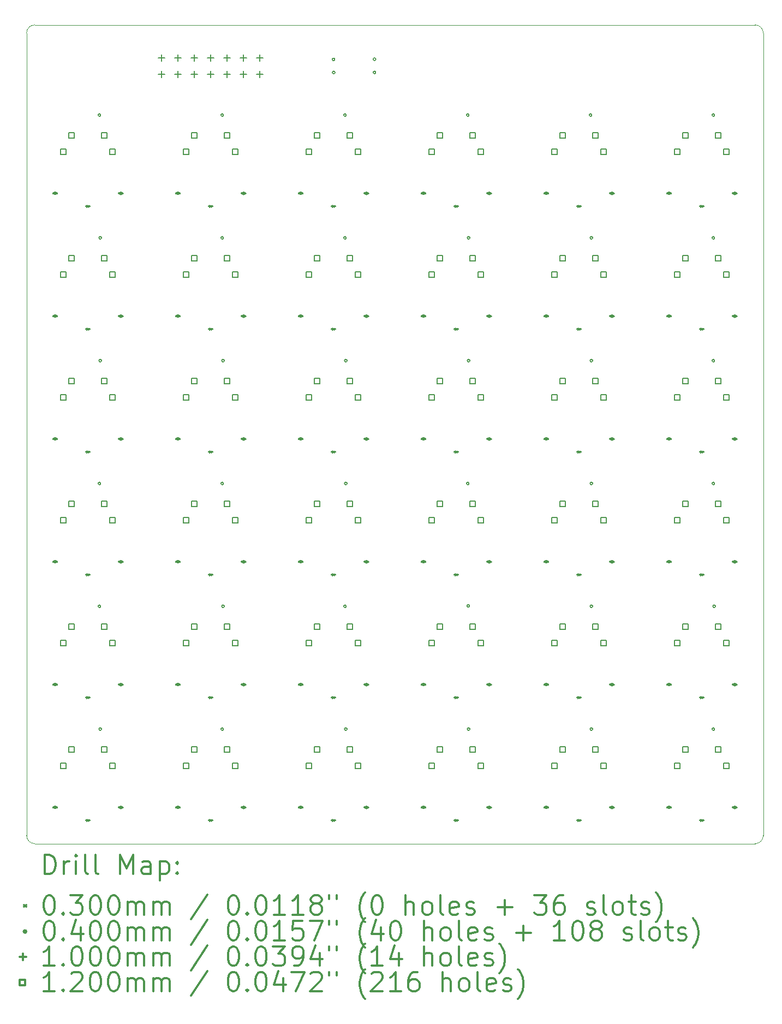
<source format=gbr>
%FSLAX45Y45*%
G04 Gerber Fmt 4.5, Leading zero omitted, Abs format (unit mm)*
G04 Created by KiCad (PCBNEW (5.1.12-1-10_14)) date 2021-11-30 15:25:47*
%MOMM*%
%LPD*%
G01*
G04 APERTURE LIST*
%TA.AperFunction,Profile*%
%ADD10C,0.120000*%
%TD*%
%ADD11C,0.200000*%
%ADD12C,0.300000*%
G04 APERTURE END LIST*
D10*
X16065500Y-3492500D02*
G75*
G02*
X16192500Y-3619500I0J-127000D01*
G01*
X16192500Y-16065500D02*
G75*
G02*
X16065500Y-16192500I-127000J0D01*
G01*
X4889500Y-16192500D02*
X16065500Y-16192500D01*
X4889500Y-16192500D02*
G75*
G02*
X4762500Y-16065500I0J127000D01*
G01*
X16192500Y-3619500D02*
X16192500Y-16065500D01*
X4762500Y-3619500D02*
G75*
G02*
X4889500Y-3492500I127000J0D01*
G01*
X16065500Y-3492500D02*
X4889500Y-3492500D01*
X4762500Y-3619500D02*
X4762500Y-16065500D01*
D11*
X5700000Y-6290000D02*
X5730000Y-6320000D01*
X5730000Y-6290000D02*
X5700000Y-6320000D01*
X5680000Y-6310000D02*
X5750000Y-6310000D01*
X5680000Y-6300000D02*
X5750000Y-6300000D01*
X5750000Y-6310000D02*
G75*
G03*
X5750000Y-6300000I0J5000D01*
G01*
X5680000Y-6300000D02*
G75*
G03*
X5680000Y-6310000I0J-5000D01*
G01*
X5700000Y-8195000D02*
X5730000Y-8225000D01*
X5730000Y-8195000D02*
X5700000Y-8225000D01*
X5680000Y-8215000D02*
X5750000Y-8215000D01*
X5680000Y-8205000D02*
X5750000Y-8205000D01*
X5750000Y-8215000D02*
G75*
G03*
X5750000Y-8205000I0J5000D01*
G01*
X5680000Y-8205000D02*
G75*
G03*
X5680000Y-8215000I0J-5000D01*
G01*
X5700000Y-10100000D02*
X5730000Y-10130000D01*
X5730000Y-10100000D02*
X5700000Y-10130000D01*
X5680000Y-10120000D02*
X5750000Y-10120000D01*
X5680000Y-10110000D02*
X5750000Y-10110000D01*
X5750000Y-10120000D02*
G75*
G03*
X5750000Y-10110000I0J5000D01*
G01*
X5680000Y-10110000D02*
G75*
G03*
X5680000Y-10120000I0J-5000D01*
G01*
X5700000Y-12005000D02*
X5730000Y-12035000D01*
X5730000Y-12005000D02*
X5700000Y-12035000D01*
X5680000Y-12025000D02*
X5750000Y-12025000D01*
X5680000Y-12015000D02*
X5750000Y-12015000D01*
X5750000Y-12025000D02*
G75*
G03*
X5750000Y-12015000I0J5000D01*
G01*
X5680000Y-12015000D02*
G75*
G03*
X5680000Y-12025000I0J-5000D01*
G01*
X5700000Y-13910000D02*
X5730000Y-13940000D01*
X5730000Y-13910000D02*
X5700000Y-13940000D01*
X5680000Y-13930000D02*
X5750000Y-13930000D01*
X5680000Y-13920000D02*
X5750000Y-13920000D01*
X5750000Y-13930000D02*
G75*
G03*
X5750000Y-13920000I0J5000D01*
G01*
X5680000Y-13920000D02*
G75*
G03*
X5680000Y-13930000I0J-5000D01*
G01*
X5700000Y-15815000D02*
X5730000Y-15845000D01*
X5730000Y-15815000D02*
X5700000Y-15845000D01*
X5680000Y-15835000D02*
X5750000Y-15835000D01*
X5680000Y-15825000D02*
X5750000Y-15825000D01*
X5750000Y-15835000D02*
G75*
G03*
X5750000Y-15825000I0J5000D01*
G01*
X5680000Y-15825000D02*
G75*
G03*
X5680000Y-15835000I0J-5000D01*
G01*
X7605000Y-6290000D02*
X7635000Y-6320000D01*
X7635000Y-6290000D02*
X7605000Y-6320000D01*
X7585000Y-6310000D02*
X7655000Y-6310000D01*
X7585000Y-6300000D02*
X7655000Y-6300000D01*
X7655000Y-6310000D02*
G75*
G03*
X7655000Y-6300000I0J5000D01*
G01*
X7585000Y-6300000D02*
G75*
G03*
X7585000Y-6310000I0J-5000D01*
G01*
X7605000Y-8195000D02*
X7635000Y-8225000D01*
X7635000Y-8195000D02*
X7605000Y-8225000D01*
X7585000Y-8215000D02*
X7655000Y-8215000D01*
X7585000Y-8205000D02*
X7655000Y-8205000D01*
X7655000Y-8215000D02*
G75*
G03*
X7655000Y-8205000I0J5000D01*
G01*
X7585000Y-8205000D02*
G75*
G03*
X7585000Y-8215000I0J-5000D01*
G01*
X7605000Y-10100000D02*
X7635000Y-10130000D01*
X7635000Y-10100000D02*
X7605000Y-10130000D01*
X7585000Y-10120000D02*
X7655000Y-10120000D01*
X7585000Y-10110000D02*
X7655000Y-10110000D01*
X7655000Y-10120000D02*
G75*
G03*
X7655000Y-10110000I0J5000D01*
G01*
X7585000Y-10110000D02*
G75*
G03*
X7585000Y-10120000I0J-5000D01*
G01*
X7605000Y-12005000D02*
X7635000Y-12035000D01*
X7635000Y-12005000D02*
X7605000Y-12035000D01*
X7585000Y-12025000D02*
X7655000Y-12025000D01*
X7585000Y-12015000D02*
X7655000Y-12015000D01*
X7655000Y-12025000D02*
G75*
G03*
X7655000Y-12015000I0J5000D01*
G01*
X7585000Y-12015000D02*
G75*
G03*
X7585000Y-12025000I0J-5000D01*
G01*
X7605000Y-13910000D02*
X7635000Y-13940000D01*
X7635000Y-13910000D02*
X7605000Y-13940000D01*
X7585000Y-13930000D02*
X7655000Y-13930000D01*
X7585000Y-13920000D02*
X7655000Y-13920000D01*
X7655000Y-13930000D02*
G75*
G03*
X7655000Y-13920000I0J5000D01*
G01*
X7585000Y-13920000D02*
G75*
G03*
X7585000Y-13930000I0J-5000D01*
G01*
X7605000Y-15815000D02*
X7635000Y-15845000D01*
X7635000Y-15815000D02*
X7605000Y-15845000D01*
X7585000Y-15835000D02*
X7655000Y-15835000D01*
X7585000Y-15825000D02*
X7655000Y-15825000D01*
X7655000Y-15835000D02*
G75*
G03*
X7655000Y-15825000I0J5000D01*
G01*
X7585000Y-15825000D02*
G75*
G03*
X7585000Y-15835000I0J-5000D01*
G01*
X9510000Y-6290000D02*
X9540000Y-6320000D01*
X9540000Y-6290000D02*
X9510000Y-6320000D01*
X9490000Y-6310000D02*
X9560000Y-6310000D01*
X9490000Y-6300000D02*
X9560000Y-6300000D01*
X9560000Y-6310000D02*
G75*
G03*
X9560000Y-6300000I0J5000D01*
G01*
X9490000Y-6300000D02*
G75*
G03*
X9490000Y-6310000I0J-5000D01*
G01*
X9510000Y-8195000D02*
X9540000Y-8225000D01*
X9540000Y-8195000D02*
X9510000Y-8225000D01*
X9490000Y-8215000D02*
X9560000Y-8215000D01*
X9490000Y-8205000D02*
X9560000Y-8205000D01*
X9560000Y-8215000D02*
G75*
G03*
X9560000Y-8205000I0J5000D01*
G01*
X9490000Y-8205000D02*
G75*
G03*
X9490000Y-8215000I0J-5000D01*
G01*
X9510000Y-10100000D02*
X9540000Y-10130000D01*
X9540000Y-10100000D02*
X9510000Y-10130000D01*
X9490000Y-10120000D02*
X9560000Y-10120000D01*
X9490000Y-10110000D02*
X9560000Y-10110000D01*
X9560000Y-10120000D02*
G75*
G03*
X9560000Y-10110000I0J5000D01*
G01*
X9490000Y-10110000D02*
G75*
G03*
X9490000Y-10120000I0J-5000D01*
G01*
X9510000Y-12005000D02*
X9540000Y-12035000D01*
X9540000Y-12005000D02*
X9510000Y-12035000D01*
X9490000Y-12025000D02*
X9560000Y-12025000D01*
X9490000Y-12015000D02*
X9560000Y-12015000D01*
X9560000Y-12025000D02*
G75*
G03*
X9560000Y-12015000I0J5000D01*
G01*
X9490000Y-12015000D02*
G75*
G03*
X9490000Y-12025000I0J-5000D01*
G01*
X9510000Y-13910000D02*
X9540000Y-13940000D01*
X9540000Y-13910000D02*
X9510000Y-13940000D01*
X9490000Y-13930000D02*
X9560000Y-13930000D01*
X9490000Y-13920000D02*
X9560000Y-13920000D01*
X9560000Y-13930000D02*
G75*
G03*
X9560000Y-13920000I0J5000D01*
G01*
X9490000Y-13920000D02*
G75*
G03*
X9490000Y-13930000I0J-5000D01*
G01*
X9510000Y-15815000D02*
X9540000Y-15845000D01*
X9540000Y-15815000D02*
X9510000Y-15845000D01*
X9490000Y-15835000D02*
X9560000Y-15835000D01*
X9490000Y-15825000D02*
X9560000Y-15825000D01*
X9560000Y-15835000D02*
G75*
G03*
X9560000Y-15825000I0J5000D01*
G01*
X9490000Y-15825000D02*
G75*
G03*
X9490000Y-15835000I0J-5000D01*
G01*
X11415000Y-6290000D02*
X11445000Y-6320000D01*
X11445000Y-6290000D02*
X11415000Y-6320000D01*
X11395000Y-6310000D02*
X11465000Y-6310000D01*
X11395000Y-6300000D02*
X11465000Y-6300000D01*
X11465000Y-6310000D02*
G75*
G03*
X11465000Y-6300000I0J5000D01*
G01*
X11395000Y-6300000D02*
G75*
G03*
X11395000Y-6310000I0J-5000D01*
G01*
X11415000Y-8195000D02*
X11445000Y-8225000D01*
X11445000Y-8195000D02*
X11415000Y-8225000D01*
X11395000Y-8215000D02*
X11465000Y-8215000D01*
X11395000Y-8205000D02*
X11465000Y-8205000D01*
X11465000Y-8215000D02*
G75*
G03*
X11465000Y-8205000I0J5000D01*
G01*
X11395000Y-8205000D02*
G75*
G03*
X11395000Y-8215000I0J-5000D01*
G01*
X11415000Y-10100000D02*
X11445000Y-10130000D01*
X11445000Y-10100000D02*
X11415000Y-10130000D01*
X11395000Y-10120000D02*
X11465000Y-10120000D01*
X11395000Y-10110000D02*
X11465000Y-10110000D01*
X11465000Y-10120000D02*
G75*
G03*
X11465000Y-10110000I0J5000D01*
G01*
X11395000Y-10110000D02*
G75*
G03*
X11395000Y-10120000I0J-5000D01*
G01*
X11415000Y-12005000D02*
X11445000Y-12035000D01*
X11445000Y-12005000D02*
X11415000Y-12035000D01*
X11395000Y-12025000D02*
X11465000Y-12025000D01*
X11395000Y-12015000D02*
X11465000Y-12015000D01*
X11465000Y-12025000D02*
G75*
G03*
X11465000Y-12015000I0J5000D01*
G01*
X11395000Y-12015000D02*
G75*
G03*
X11395000Y-12025000I0J-5000D01*
G01*
X11415000Y-13910000D02*
X11445000Y-13940000D01*
X11445000Y-13910000D02*
X11415000Y-13940000D01*
X11395000Y-13930000D02*
X11465000Y-13930000D01*
X11395000Y-13920000D02*
X11465000Y-13920000D01*
X11465000Y-13930000D02*
G75*
G03*
X11465000Y-13920000I0J5000D01*
G01*
X11395000Y-13920000D02*
G75*
G03*
X11395000Y-13930000I0J-5000D01*
G01*
X11415000Y-15815000D02*
X11445000Y-15845000D01*
X11445000Y-15815000D02*
X11415000Y-15845000D01*
X11395000Y-15835000D02*
X11465000Y-15835000D01*
X11395000Y-15825000D02*
X11465000Y-15825000D01*
X11465000Y-15835000D02*
G75*
G03*
X11465000Y-15825000I0J5000D01*
G01*
X11395000Y-15825000D02*
G75*
G03*
X11395000Y-15835000I0J-5000D01*
G01*
X13320000Y-6290000D02*
X13350000Y-6320000D01*
X13350000Y-6290000D02*
X13320000Y-6320000D01*
X13300000Y-6310000D02*
X13370000Y-6310000D01*
X13300000Y-6300000D02*
X13370000Y-6300000D01*
X13370000Y-6310000D02*
G75*
G03*
X13370000Y-6300000I0J5000D01*
G01*
X13300000Y-6300000D02*
G75*
G03*
X13300000Y-6310000I0J-5000D01*
G01*
X13320000Y-8195000D02*
X13350000Y-8225000D01*
X13350000Y-8195000D02*
X13320000Y-8225000D01*
X13300000Y-8215000D02*
X13370000Y-8215000D01*
X13300000Y-8205000D02*
X13370000Y-8205000D01*
X13370000Y-8215000D02*
G75*
G03*
X13370000Y-8205000I0J5000D01*
G01*
X13300000Y-8205000D02*
G75*
G03*
X13300000Y-8215000I0J-5000D01*
G01*
X13320000Y-10100000D02*
X13350000Y-10130000D01*
X13350000Y-10100000D02*
X13320000Y-10130000D01*
X13300000Y-10120000D02*
X13370000Y-10120000D01*
X13300000Y-10110000D02*
X13370000Y-10110000D01*
X13370000Y-10120000D02*
G75*
G03*
X13370000Y-10110000I0J5000D01*
G01*
X13300000Y-10110000D02*
G75*
G03*
X13300000Y-10120000I0J-5000D01*
G01*
X13320000Y-12005000D02*
X13350000Y-12035000D01*
X13350000Y-12005000D02*
X13320000Y-12035000D01*
X13300000Y-12025000D02*
X13370000Y-12025000D01*
X13300000Y-12015000D02*
X13370000Y-12015000D01*
X13370000Y-12025000D02*
G75*
G03*
X13370000Y-12015000I0J5000D01*
G01*
X13300000Y-12015000D02*
G75*
G03*
X13300000Y-12025000I0J-5000D01*
G01*
X13320000Y-13910000D02*
X13350000Y-13940000D01*
X13350000Y-13910000D02*
X13320000Y-13940000D01*
X13300000Y-13930000D02*
X13370000Y-13930000D01*
X13300000Y-13920000D02*
X13370000Y-13920000D01*
X13370000Y-13930000D02*
G75*
G03*
X13370000Y-13920000I0J5000D01*
G01*
X13300000Y-13920000D02*
G75*
G03*
X13300000Y-13930000I0J-5000D01*
G01*
X13320000Y-15815000D02*
X13350000Y-15845000D01*
X13350000Y-15815000D02*
X13320000Y-15845000D01*
X13300000Y-15835000D02*
X13370000Y-15835000D01*
X13300000Y-15825000D02*
X13370000Y-15825000D01*
X13370000Y-15835000D02*
G75*
G03*
X13370000Y-15825000I0J5000D01*
G01*
X13300000Y-15825000D02*
G75*
G03*
X13300000Y-15835000I0J-5000D01*
G01*
X15225000Y-6290000D02*
X15255000Y-6320000D01*
X15255000Y-6290000D02*
X15225000Y-6320000D01*
X15205000Y-6310000D02*
X15275000Y-6310000D01*
X15205000Y-6300000D02*
X15275000Y-6300000D01*
X15275000Y-6310000D02*
G75*
G03*
X15275000Y-6300000I0J5000D01*
G01*
X15205000Y-6300000D02*
G75*
G03*
X15205000Y-6310000I0J-5000D01*
G01*
X15225000Y-8195000D02*
X15255000Y-8225000D01*
X15255000Y-8195000D02*
X15225000Y-8225000D01*
X15205000Y-8215000D02*
X15275000Y-8215000D01*
X15205000Y-8205000D02*
X15275000Y-8205000D01*
X15275000Y-8215000D02*
G75*
G03*
X15275000Y-8205000I0J5000D01*
G01*
X15205000Y-8205000D02*
G75*
G03*
X15205000Y-8215000I0J-5000D01*
G01*
X15225000Y-10100000D02*
X15255000Y-10130000D01*
X15255000Y-10100000D02*
X15225000Y-10130000D01*
X15205000Y-10120000D02*
X15275000Y-10120000D01*
X15205000Y-10110000D02*
X15275000Y-10110000D01*
X15275000Y-10120000D02*
G75*
G03*
X15275000Y-10110000I0J5000D01*
G01*
X15205000Y-10110000D02*
G75*
G03*
X15205000Y-10120000I0J-5000D01*
G01*
X15225000Y-12005000D02*
X15255000Y-12035000D01*
X15255000Y-12005000D02*
X15225000Y-12035000D01*
X15205000Y-12025000D02*
X15275000Y-12025000D01*
X15205000Y-12015000D02*
X15275000Y-12015000D01*
X15275000Y-12025000D02*
G75*
G03*
X15275000Y-12015000I0J5000D01*
G01*
X15205000Y-12015000D02*
G75*
G03*
X15205000Y-12025000I0J-5000D01*
G01*
X15225000Y-13910000D02*
X15255000Y-13940000D01*
X15255000Y-13910000D02*
X15225000Y-13940000D01*
X15205000Y-13930000D02*
X15275000Y-13930000D01*
X15205000Y-13920000D02*
X15275000Y-13920000D01*
X15275000Y-13930000D02*
G75*
G03*
X15275000Y-13920000I0J5000D01*
G01*
X15205000Y-13920000D02*
G75*
G03*
X15205000Y-13930000I0J-5000D01*
G01*
X15225000Y-15815000D02*
X15255000Y-15845000D01*
X15255000Y-15815000D02*
X15225000Y-15845000D01*
X15205000Y-15835000D02*
X15275000Y-15835000D01*
X15205000Y-15825000D02*
X15275000Y-15825000D01*
X15275000Y-15835000D02*
G75*
G03*
X15275000Y-15825000I0J5000D01*
G01*
X15205000Y-15825000D02*
G75*
G03*
X15205000Y-15835000I0J-5000D01*
G01*
X5225000Y-6105000D02*
G75*
G03*
X5225000Y-6105000I-20000J0D01*
G01*
X5175000Y-6115000D02*
X5235000Y-6115000D01*
X5175000Y-6095000D02*
X5235000Y-6095000D01*
X5235000Y-6115000D02*
G75*
G03*
X5235000Y-6095000I0J10000D01*
G01*
X5175000Y-6095000D02*
G75*
G03*
X5175000Y-6115000I0J-10000D01*
G01*
X5225000Y-6105000D02*
G75*
G03*
X5225000Y-6105000I-20000J0D01*
G01*
X5175000Y-6115000D02*
X5235000Y-6115000D01*
X5175000Y-6095000D02*
X5235000Y-6095000D01*
X5235000Y-6115000D02*
G75*
G03*
X5235000Y-6095000I0J10000D01*
G01*
X5175000Y-6095000D02*
G75*
G03*
X5175000Y-6115000I0J-10000D01*
G01*
X5225000Y-8010000D02*
G75*
G03*
X5225000Y-8010000I-20000J0D01*
G01*
X5175000Y-8020000D02*
X5235000Y-8020000D01*
X5175000Y-8000000D02*
X5235000Y-8000000D01*
X5235000Y-8020000D02*
G75*
G03*
X5235000Y-8000000I0J10000D01*
G01*
X5175000Y-8000000D02*
G75*
G03*
X5175000Y-8020000I0J-10000D01*
G01*
X5225000Y-8010000D02*
G75*
G03*
X5225000Y-8010000I-20000J0D01*
G01*
X5175000Y-8020000D02*
X5235000Y-8020000D01*
X5175000Y-8000000D02*
X5235000Y-8000000D01*
X5235000Y-8020000D02*
G75*
G03*
X5235000Y-8000000I0J10000D01*
G01*
X5175000Y-8000000D02*
G75*
G03*
X5175000Y-8020000I0J-10000D01*
G01*
X5225000Y-9915000D02*
G75*
G03*
X5225000Y-9915000I-20000J0D01*
G01*
X5175000Y-9925000D02*
X5235000Y-9925000D01*
X5175000Y-9905000D02*
X5235000Y-9905000D01*
X5235000Y-9925000D02*
G75*
G03*
X5235000Y-9905000I0J10000D01*
G01*
X5175000Y-9905000D02*
G75*
G03*
X5175000Y-9925000I0J-10000D01*
G01*
X5225000Y-9915000D02*
G75*
G03*
X5225000Y-9915000I-20000J0D01*
G01*
X5175000Y-9925000D02*
X5235000Y-9925000D01*
X5175000Y-9905000D02*
X5235000Y-9905000D01*
X5235000Y-9925000D02*
G75*
G03*
X5235000Y-9905000I0J10000D01*
G01*
X5175000Y-9905000D02*
G75*
G03*
X5175000Y-9925000I0J-10000D01*
G01*
X5225000Y-11820000D02*
G75*
G03*
X5225000Y-11820000I-20000J0D01*
G01*
X5175000Y-11830000D02*
X5235000Y-11830000D01*
X5175000Y-11810000D02*
X5235000Y-11810000D01*
X5235000Y-11830000D02*
G75*
G03*
X5235000Y-11810000I0J10000D01*
G01*
X5175000Y-11810000D02*
G75*
G03*
X5175000Y-11830000I0J-10000D01*
G01*
X5225000Y-11820000D02*
G75*
G03*
X5225000Y-11820000I-20000J0D01*
G01*
X5175000Y-11830000D02*
X5235000Y-11830000D01*
X5175000Y-11810000D02*
X5235000Y-11810000D01*
X5235000Y-11830000D02*
G75*
G03*
X5235000Y-11810000I0J10000D01*
G01*
X5175000Y-11810000D02*
G75*
G03*
X5175000Y-11830000I0J-10000D01*
G01*
X5225000Y-13725000D02*
G75*
G03*
X5225000Y-13725000I-20000J0D01*
G01*
X5175000Y-13735000D02*
X5235000Y-13735000D01*
X5175000Y-13715000D02*
X5235000Y-13715000D01*
X5235000Y-13735000D02*
G75*
G03*
X5235000Y-13715000I0J10000D01*
G01*
X5175000Y-13715000D02*
G75*
G03*
X5175000Y-13735000I0J-10000D01*
G01*
X5225000Y-13725000D02*
G75*
G03*
X5225000Y-13725000I-20000J0D01*
G01*
X5175000Y-13735000D02*
X5235000Y-13735000D01*
X5175000Y-13715000D02*
X5235000Y-13715000D01*
X5235000Y-13735000D02*
G75*
G03*
X5235000Y-13715000I0J10000D01*
G01*
X5175000Y-13715000D02*
G75*
G03*
X5175000Y-13735000I0J-10000D01*
G01*
X5225000Y-15630000D02*
G75*
G03*
X5225000Y-15630000I-20000J0D01*
G01*
X5175000Y-15640000D02*
X5235000Y-15640000D01*
X5175000Y-15620000D02*
X5235000Y-15620000D01*
X5235000Y-15640000D02*
G75*
G03*
X5235000Y-15620000I0J10000D01*
G01*
X5175000Y-15620000D02*
G75*
G03*
X5175000Y-15640000I0J-10000D01*
G01*
X5225000Y-15630000D02*
G75*
G03*
X5225000Y-15630000I-20000J0D01*
G01*
X5175000Y-15640000D02*
X5235000Y-15640000D01*
X5175000Y-15620000D02*
X5235000Y-15620000D01*
X5235000Y-15640000D02*
G75*
G03*
X5235000Y-15620000I0J10000D01*
G01*
X5175000Y-15620000D02*
G75*
G03*
X5175000Y-15640000I0J-10000D01*
G01*
X5912499Y-12509500D02*
G75*
G03*
X5912499Y-12509500I-20000J0D01*
G01*
X5912502Y-4889500D02*
G75*
G03*
X5912502Y-4889500I-20000J0D01*
G01*
X5912502Y-10604500D02*
G75*
G03*
X5912502Y-10604500I-20000J0D01*
G01*
X5925500Y-6794498D02*
G75*
G03*
X5925500Y-6794498I-20000J0D01*
G01*
X5925500Y-8699500D02*
G75*
G03*
X5925500Y-8699500I-20000J0D01*
G01*
X5925501Y-14414501D02*
G75*
G03*
X5925501Y-14414501I-20000J0D01*
G01*
X6245000Y-6105000D02*
G75*
G03*
X6245000Y-6105000I-20000J0D01*
G01*
X6195000Y-6115000D02*
X6255000Y-6115000D01*
X6195000Y-6095000D02*
X6255000Y-6095000D01*
X6255000Y-6115000D02*
G75*
G03*
X6255000Y-6095000I0J10000D01*
G01*
X6195000Y-6095000D02*
G75*
G03*
X6195000Y-6115000I0J-10000D01*
G01*
X6245000Y-8010000D02*
G75*
G03*
X6245000Y-8010000I-20000J0D01*
G01*
X6195000Y-8020000D02*
X6255000Y-8020000D01*
X6195000Y-8000000D02*
X6255000Y-8000000D01*
X6255000Y-8020000D02*
G75*
G03*
X6255000Y-8000000I0J10000D01*
G01*
X6195000Y-8000000D02*
G75*
G03*
X6195000Y-8020000I0J-10000D01*
G01*
X6245000Y-9915000D02*
G75*
G03*
X6245000Y-9915000I-20000J0D01*
G01*
X6195000Y-9925000D02*
X6255000Y-9925000D01*
X6195000Y-9905000D02*
X6255000Y-9905000D01*
X6255000Y-9925000D02*
G75*
G03*
X6255000Y-9905000I0J10000D01*
G01*
X6195000Y-9905000D02*
G75*
G03*
X6195000Y-9925000I0J-10000D01*
G01*
X6245000Y-11820000D02*
G75*
G03*
X6245000Y-11820000I-20000J0D01*
G01*
X6195000Y-11830000D02*
X6255000Y-11830000D01*
X6195000Y-11810000D02*
X6255000Y-11810000D01*
X6255000Y-11830000D02*
G75*
G03*
X6255000Y-11810000I0J10000D01*
G01*
X6195000Y-11810000D02*
G75*
G03*
X6195000Y-11830000I0J-10000D01*
G01*
X6245000Y-13725000D02*
G75*
G03*
X6245000Y-13725000I-20000J0D01*
G01*
X6195000Y-13735000D02*
X6255000Y-13735000D01*
X6195000Y-13715000D02*
X6255000Y-13715000D01*
X6255000Y-13735000D02*
G75*
G03*
X6255000Y-13715000I0J10000D01*
G01*
X6195000Y-13715000D02*
G75*
G03*
X6195000Y-13735000I0J-10000D01*
G01*
X6245000Y-15630000D02*
G75*
G03*
X6245000Y-15630000I-20000J0D01*
G01*
X6195000Y-15640000D02*
X6255000Y-15640000D01*
X6195000Y-15620000D02*
X6255000Y-15620000D01*
X6255000Y-15640000D02*
G75*
G03*
X6255000Y-15620000I0J10000D01*
G01*
X6195000Y-15620000D02*
G75*
G03*
X6195000Y-15640000I0J-10000D01*
G01*
X7130000Y-6105000D02*
G75*
G03*
X7130000Y-6105000I-20000J0D01*
G01*
X7080000Y-6115000D02*
X7140000Y-6115000D01*
X7080000Y-6095000D02*
X7140000Y-6095000D01*
X7140000Y-6115000D02*
G75*
G03*
X7140000Y-6095000I0J10000D01*
G01*
X7080000Y-6095000D02*
G75*
G03*
X7080000Y-6115000I0J-10000D01*
G01*
X7130000Y-6105000D02*
G75*
G03*
X7130000Y-6105000I-20000J0D01*
G01*
X7080000Y-6115000D02*
X7140000Y-6115000D01*
X7080000Y-6095000D02*
X7140000Y-6095000D01*
X7140000Y-6115000D02*
G75*
G03*
X7140000Y-6095000I0J10000D01*
G01*
X7080000Y-6095000D02*
G75*
G03*
X7080000Y-6115000I0J-10000D01*
G01*
X7130000Y-8010000D02*
G75*
G03*
X7130000Y-8010000I-20000J0D01*
G01*
X7080000Y-8020000D02*
X7140000Y-8020000D01*
X7080000Y-8000000D02*
X7140000Y-8000000D01*
X7140000Y-8020000D02*
G75*
G03*
X7140000Y-8000000I0J10000D01*
G01*
X7080000Y-8000000D02*
G75*
G03*
X7080000Y-8020000I0J-10000D01*
G01*
X7130000Y-8010000D02*
G75*
G03*
X7130000Y-8010000I-20000J0D01*
G01*
X7080000Y-8020000D02*
X7140000Y-8020000D01*
X7080000Y-8000000D02*
X7140000Y-8000000D01*
X7140000Y-8020000D02*
G75*
G03*
X7140000Y-8000000I0J10000D01*
G01*
X7080000Y-8000000D02*
G75*
G03*
X7080000Y-8020000I0J-10000D01*
G01*
X7130000Y-9915000D02*
G75*
G03*
X7130000Y-9915000I-20000J0D01*
G01*
X7080000Y-9925000D02*
X7140000Y-9925000D01*
X7080000Y-9905000D02*
X7140000Y-9905000D01*
X7140000Y-9925000D02*
G75*
G03*
X7140000Y-9905000I0J10000D01*
G01*
X7080000Y-9905000D02*
G75*
G03*
X7080000Y-9925000I0J-10000D01*
G01*
X7130000Y-9915000D02*
G75*
G03*
X7130000Y-9915000I-20000J0D01*
G01*
X7080000Y-9925000D02*
X7140000Y-9925000D01*
X7080000Y-9905000D02*
X7140000Y-9905000D01*
X7140000Y-9925000D02*
G75*
G03*
X7140000Y-9905000I0J10000D01*
G01*
X7080000Y-9905000D02*
G75*
G03*
X7080000Y-9925000I0J-10000D01*
G01*
X7130000Y-11820000D02*
G75*
G03*
X7130000Y-11820000I-20000J0D01*
G01*
X7080000Y-11830000D02*
X7140000Y-11830000D01*
X7080000Y-11810000D02*
X7140000Y-11810000D01*
X7140000Y-11830000D02*
G75*
G03*
X7140000Y-11810000I0J10000D01*
G01*
X7080000Y-11810000D02*
G75*
G03*
X7080000Y-11830000I0J-10000D01*
G01*
X7130000Y-11820000D02*
G75*
G03*
X7130000Y-11820000I-20000J0D01*
G01*
X7080000Y-11830000D02*
X7140000Y-11830000D01*
X7080000Y-11810000D02*
X7140000Y-11810000D01*
X7140000Y-11830000D02*
G75*
G03*
X7140000Y-11810000I0J10000D01*
G01*
X7080000Y-11810000D02*
G75*
G03*
X7080000Y-11830000I0J-10000D01*
G01*
X7130000Y-13725000D02*
G75*
G03*
X7130000Y-13725000I-20000J0D01*
G01*
X7080000Y-13735000D02*
X7140000Y-13735000D01*
X7080000Y-13715000D02*
X7140000Y-13715000D01*
X7140000Y-13735000D02*
G75*
G03*
X7140000Y-13715000I0J10000D01*
G01*
X7080000Y-13715000D02*
G75*
G03*
X7080000Y-13735000I0J-10000D01*
G01*
X7130000Y-13725000D02*
G75*
G03*
X7130000Y-13725000I-20000J0D01*
G01*
X7080000Y-13735000D02*
X7140000Y-13735000D01*
X7080000Y-13715000D02*
X7140000Y-13715000D01*
X7140000Y-13735000D02*
G75*
G03*
X7140000Y-13715000I0J10000D01*
G01*
X7080000Y-13715000D02*
G75*
G03*
X7080000Y-13735000I0J-10000D01*
G01*
X7130000Y-15630000D02*
G75*
G03*
X7130000Y-15630000I-20000J0D01*
G01*
X7080000Y-15640000D02*
X7140000Y-15640000D01*
X7080000Y-15620000D02*
X7140000Y-15620000D01*
X7140000Y-15640000D02*
G75*
G03*
X7140000Y-15620000I0J10000D01*
G01*
X7080000Y-15620000D02*
G75*
G03*
X7080000Y-15640000I0J-10000D01*
G01*
X7130000Y-15630000D02*
G75*
G03*
X7130000Y-15630000I-20000J0D01*
G01*
X7080000Y-15640000D02*
X7140000Y-15640000D01*
X7080000Y-15620000D02*
X7140000Y-15620000D01*
X7140000Y-15640000D02*
G75*
G03*
X7140000Y-15620000I0J10000D01*
G01*
X7080000Y-15620000D02*
G75*
G03*
X7080000Y-15640000I0J-10000D01*
G01*
X7817498Y-10604500D02*
G75*
G03*
X7817498Y-10604500I-20000J0D01*
G01*
X7817500Y-14414500D02*
G75*
G03*
X7817500Y-14414500I-20000J0D01*
G01*
X7817500Y-6794500D02*
G75*
G03*
X7817500Y-6794500I-20000J0D01*
G01*
X7817501Y-4889500D02*
G75*
G03*
X7817501Y-4889500I-20000J0D01*
G01*
X7830500Y-8699501D02*
G75*
G03*
X7830500Y-8699501I-20000J0D01*
G01*
X7830500Y-12509500D02*
G75*
G03*
X7830500Y-12509500I-20000J0D01*
G01*
X8150000Y-6105000D02*
G75*
G03*
X8150000Y-6105000I-20000J0D01*
G01*
X8100000Y-6115000D02*
X8160000Y-6115000D01*
X8100000Y-6095000D02*
X8160000Y-6095000D01*
X8160000Y-6115000D02*
G75*
G03*
X8160000Y-6095000I0J10000D01*
G01*
X8100000Y-6095000D02*
G75*
G03*
X8100000Y-6115000I0J-10000D01*
G01*
X8150000Y-8010000D02*
G75*
G03*
X8150000Y-8010000I-20000J0D01*
G01*
X8100000Y-8020000D02*
X8160000Y-8020000D01*
X8100000Y-8000000D02*
X8160000Y-8000000D01*
X8160000Y-8020000D02*
G75*
G03*
X8160000Y-8000000I0J10000D01*
G01*
X8100000Y-8000000D02*
G75*
G03*
X8100000Y-8020000I0J-10000D01*
G01*
X8150000Y-9915000D02*
G75*
G03*
X8150000Y-9915000I-20000J0D01*
G01*
X8100000Y-9925000D02*
X8160000Y-9925000D01*
X8100000Y-9905000D02*
X8160000Y-9905000D01*
X8160000Y-9925000D02*
G75*
G03*
X8160000Y-9905000I0J10000D01*
G01*
X8100000Y-9905000D02*
G75*
G03*
X8100000Y-9925000I0J-10000D01*
G01*
X8150000Y-11820000D02*
G75*
G03*
X8150000Y-11820000I-20000J0D01*
G01*
X8100000Y-11830000D02*
X8160000Y-11830000D01*
X8100000Y-11810000D02*
X8160000Y-11810000D01*
X8160000Y-11830000D02*
G75*
G03*
X8160000Y-11810000I0J10000D01*
G01*
X8100000Y-11810000D02*
G75*
G03*
X8100000Y-11830000I0J-10000D01*
G01*
X8150000Y-13725000D02*
G75*
G03*
X8150000Y-13725000I-20000J0D01*
G01*
X8100000Y-13735000D02*
X8160000Y-13735000D01*
X8100000Y-13715000D02*
X8160000Y-13715000D01*
X8160000Y-13735000D02*
G75*
G03*
X8160000Y-13715000I0J10000D01*
G01*
X8100000Y-13715000D02*
G75*
G03*
X8100000Y-13735000I0J-10000D01*
G01*
X8150000Y-15630000D02*
G75*
G03*
X8150000Y-15630000I-20000J0D01*
G01*
X8100000Y-15640000D02*
X8160000Y-15640000D01*
X8100000Y-15620000D02*
X8160000Y-15620000D01*
X8160000Y-15640000D02*
G75*
G03*
X8160000Y-15620000I0J10000D01*
G01*
X8100000Y-15620000D02*
G75*
G03*
X8100000Y-15640000I0J-10000D01*
G01*
X9035000Y-6105000D02*
G75*
G03*
X9035000Y-6105000I-20000J0D01*
G01*
X8985000Y-6115000D02*
X9045000Y-6115000D01*
X8985000Y-6095000D02*
X9045000Y-6095000D01*
X9045000Y-6115000D02*
G75*
G03*
X9045000Y-6095000I0J10000D01*
G01*
X8985000Y-6095000D02*
G75*
G03*
X8985000Y-6115000I0J-10000D01*
G01*
X9035000Y-6105000D02*
G75*
G03*
X9035000Y-6105000I-20000J0D01*
G01*
X8985000Y-6115000D02*
X9045000Y-6115000D01*
X8985000Y-6095000D02*
X9045000Y-6095000D01*
X9045000Y-6115000D02*
G75*
G03*
X9045000Y-6095000I0J10000D01*
G01*
X8985000Y-6095000D02*
G75*
G03*
X8985000Y-6115000I0J-10000D01*
G01*
X9035000Y-8010000D02*
G75*
G03*
X9035000Y-8010000I-20000J0D01*
G01*
X8985000Y-8020000D02*
X9045000Y-8020000D01*
X8985000Y-8000000D02*
X9045000Y-8000000D01*
X9045000Y-8020000D02*
G75*
G03*
X9045000Y-8000000I0J10000D01*
G01*
X8985000Y-8000000D02*
G75*
G03*
X8985000Y-8020000I0J-10000D01*
G01*
X9035000Y-8010000D02*
G75*
G03*
X9035000Y-8010000I-20000J0D01*
G01*
X8985000Y-8020000D02*
X9045000Y-8020000D01*
X8985000Y-8000000D02*
X9045000Y-8000000D01*
X9045000Y-8020000D02*
G75*
G03*
X9045000Y-8000000I0J10000D01*
G01*
X8985000Y-8000000D02*
G75*
G03*
X8985000Y-8020000I0J-10000D01*
G01*
X9035000Y-9915000D02*
G75*
G03*
X9035000Y-9915000I-20000J0D01*
G01*
X8985000Y-9925000D02*
X9045000Y-9925000D01*
X8985000Y-9905000D02*
X9045000Y-9905000D01*
X9045000Y-9925000D02*
G75*
G03*
X9045000Y-9905000I0J10000D01*
G01*
X8985000Y-9905000D02*
G75*
G03*
X8985000Y-9925000I0J-10000D01*
G01*
X9035000Y-9915000D02*
G75*
G03*
X9035000Y-9915000I-20000J0D01*
G01*
X8985000Y-9925000D02*
X9045000Y-9925000D01*
X8985000Y-9905000D02*
X9045000Y-9905000D01*
X9045000Y-9925000D02*
G75*
G03*
X9045000Y-9905000I0J10000D01*
G01*
X8985000Y-9905000D02*
G75*
G03*
X8985000Y-9925000I0J-10000D01*
G01*
X9035000Y-11820000D02*
G75*
G03*
X9035000Y-11820000I-20000J0D01*
G01*
X8985000Y-11830000D02*
X9045000Y-11830000D01*
X8985000Y-11810000D02*
X9045000Y-11810000D01*
X9045000Y-11830000D02*
G75*
G03*
X9045000Y-11810000I0J10000D01*
G01*
X8985000Y-11810000D02*
G75*
G03*
X8985000Y-11830000I0J-10000D01*
G01*
X9035000Y-11820000D02*
G75*
G03*
X9035000Y-11820000I-20000J0D01*
G01*
X8985000Y-11830000D02*
X9045000Y-11830000D01*
X8985000Y-11810000D02*
X9045000Y-11810000D01*
X9045000Y-11830000D02*
G75*
G03*
X9045000Y-11810000I0J10000D01*
G01*
X8985000Y-11810000D02*
G75*
G03*
X8985000Y-11830000I0J-10000D01*
G01*
X9035000Y-13725000D02*
G75*
G03*
X9035000Y-13725000I-20000J0D01*
G01*
X8985000Y-13735000D02*
X9045000Y-13735000D01*
X8985000Y-13715000D02*
X9045000Y-13715000D01*
X9045000Y-13735000D02*
G75*
G03*
X9045000Y-13715000I0J10000D01*
G01*
X8985000Y-13715000D02*
G75*
G03*
X8985000Y-13735000I0J-10000D01*
G01*
X9035000Y-13725000D02*
G75*
G03*
X9035000Y-13725000I-20000J0D01*
G01*
X8985000Y-13735000D02*
X9045000Y-13735000D01*
X8985000Y-13715000D02*
X9045000Y-13715000D01*
X9045000Y-13735000D02*
G75*
G03*
X9045000Y-13715000I0J10000D01*
G01*
X8985000Y-13715000D02*
G75*
G03*
X8985000Y-13735000I0J-10000D01*
G01*
X9035000Y-15630000D02*
G75*
G03*
X9035000Y-15630000I-20000J0D01*
G01*
X8985000Y-15640000D02*
X9045000Y-15640000D01*
X8985000Y-15620000D02*
X9045000Y-15620000D01*
X9045000Y-15640000D02*
G75*
G03*
X9045000Y-15620000I0J10000D01*
G01*
X8985000Y-15620000D02*
G75*
G03*
X8985000Y-15640000I0J-10000D01*
G01*
X9035000Y-15630000D02*
G75*
G03*
X9035000Y-15630000I-20000J0D01*
G01*
X8985000Y-15640000D02*
X9045000Y-15640000D01*
X8985000Y-15620000D02*
X9045000Y-15620000D01*
X9045000Y-15640000D02*
G75*
G03*
X9045000Y-15620000I0J10000D01*
G01*
X8985000Y-15620000D02*
G75*
G03*
X8985000Y-15640000I0J-10000D01*
G01*
X9545000Y-4027500D02*
G75*
G03*
X9545000Y-4027500I-20000J0D01*
G01*
X9547500Y-4230000D02*
G75*
G03*
X9547500Y-4230000I-20000J0D01*
G01*
X9722499Y-6794500D02*
G75*
G03*
X9722499Y-6794500I-20000J0D01*
G01*
X9722500Y-4889500D02*
G75*
G03*
X9722500Y-4889500I-20000J0D01*
G01*
X9722501Y-12509499D02*
G75*
G03*
X9722501Y-12509499I-20000J0D01*
G01*
X9735500Y-8699501D02*
G75*
G03*
X9735500Y-8699501I-20000J0D01*
G01*
X9735500Y-10604499D02*
G75*
G03*
X9735500Y-10604499I-20000J0D01*
G01*
X9735501Y-14414501D02*
G75*
G03*
X9735501Y-14414501I-20000J0D01*
G01*
X10055000Y-6105000D02*
G75*
G03*
X10055000Y-6105000I-20000J0D01*
G01*
X10005000Y-6115000D02*
X10065000Y-6115000D01*
X10005000Y-6095000D02*
X10065000Y-6095000D01*
X10065000Y-6115000D02*
G75*
G03*
X10065000Y-6095000I0J10000D01*
G01*
X10005000Y-6095000D02*
G75*
G03*
X10005000Y-6115000I0J-10000D01*
G01*
X10055000Y-8010000D02*
G75*
G03*
X10055000Y-8010000I-20000J0D01*
G01*
X10005000Y-8020000D02*
X10065000Y-8020000D01*
X10005000Y-8000000D02*
X10065000Y-8000000D01*
X10065000Y-8020000D02*
G75*
G03*
X10065000Y-8000000I0J10000D01*
G01*
X10005000Y-8000000D02*
G75*
G03*
X10005000Y-8020000I0J-10000D01*
G01*
X10055000Y-9915000D02*
G75*
G03*
X10055000Y-9915000I-20000J0D01*
G01*
X10005000Y-9925000D02*
X10065000Y-9925000D01*
X10005000Y-9905000D02*
X10065000Y-9905000D01*
X10065000Y-9925000D02*
G75*
G03*
X10065000Y-9905000I0J10000D01*
G01*
X10005000Y-9905000D02*
G75*
G03*
X10005000Y-9925000I0J-10000D01*
G01*
X10055000Y-11820000D02*
G75*
G03*
X10055000Y-11820000I-20000J0D01*
G01*
X10005000Y-11830000D02*
X10065000Y-11830000D01*
X10005000Y-11810000D02*
X10065000Y-11810000D01*
X10065000Y-11830000D02*
G75*
G03*
X10065000Y-11810000I0J10000D01*
G01*
X10005000Y-11810000D02*
G75*
G03*
X10005000Y-11830000I0J-10000D01*
G01*
X10055000Y-13725000D02*
G75*
G03*
X10055000Y-13725000I-20000J0D01*
G01*
X10005000Y-13735000D02*
X10065000Y-13735000D01*
X10005000Y-13715000D02*
X10065000Y-13715000D01*
X10065000Y-13735000D02*
G75*
G03*
X10065000Y-13715000I0J10000D01*
G01*
X10005000Y-13715000D02*
G75*
G03*
X10005000Y-13735000I0J-10000D01*
G01*
X10055000Y-15630000D02*
G75*
G03*
X10055000Y-15630000I-20000J0D01*
G01*
X10005000Y-15640000D02*
X10065000Y-15640000D01*
X10005000Y-15620000D02*
X10065000Y-15620000D01*
X10065000Y-15640000D02*
G75*
G03*
X10065000Y-15620000I0J10000D01*
G01*
X10005000Y-15620000D02*
G75*
G03*
X10005000Y-15640000I0J-10000D01*
G01*
X10180000Y-4025000D02*
G75*
G03*
X10180000Y-4025000I-20000J0D01*
G01*
X10180000Y-4230000D02*
G75*
G03*
X10180000Y-4230000I-20000J0D01*
G01*
X10940000Y-6105000D02*
G75*
G03*
X10940000Y-6105000I-20000J0D01*
G01*
X10890000Y-6115000D02*
X10950000Y-6115000D01*
X10890000Y-6095000D02*
X10950000Y-6095000D01*
X10950000Y-6115000D02*
G75*
G03*
X10950000Y-6095000I0J10000D01*
G01*
X10890000Y-6095000D02*
G75*
G03*
X10890000Y-6115000I0J-10000D01*
G01*
X10940000Y-6105000D02*
G75*
G03*
X10940000Y-6105000I-20000J0D01*
G01*
X10890000Y-6115000D02*
X10950000Y-6115000D01*
X10890000Y-6095000D02*
X10950000Y-6095000D01*
X10950000Y-6115000D02*
G75*
G03*
X10950000Y-6095000I0J10000D01*
G01*
X10890000Y-6095000D02*
G75*
G03*
X10890000Y-6115000I0J-10000D01*
G01*
X10940000Y-8010000D02*
G75*
G03*
X10940000Y-8010000I-20000J0D01*
G01*
X10890000Y-8020000D02*
X10950000Y-8020000D01*
X10890000Y-8000000D02*
X10950000Y-8000000D01*
X10950000Y-8020000D02*
G75*
G03*
X10950000Y-8000000I0J10000D01*
G01*
X10890000Y-8000000D02*
G75*
G03*
X10890000Y-8020000I0J-10000D01*
G01*
X10940000Y-8010000D02*
G75*
G03*
X10940000Y-8010000I-20000J0D01*
G01*
X10890000Y-8020000D02*
X10950000Y-8020000D01*
X10890000Y-8000000D02*
X10950000Y-8000000D01*
X10950000Y-8020000D02*
G75*
G03*
X10950000Y-8000000I0J10000D01*
G01*
X10890000Y-8000000D02*
G75*
G03*
X10890000Y-8020000I0J-10000D01*
G01*
X10940000Y-9915000D02*
G75*
G03*
X10940000Y-9915000I-20000J0D01*
G01*
X10890000Y-9925000D02*
X10950000Y-9925000D01*
X10890000Y-9905000D02*
X10950000Y-9905000D01*
X10950000Y-9925000D02*
G75*
G03*
X10950000Y-9905000I0J10000D01*
G01*
X10890000Y-9905000D02*
G75*
G03*
X10890000Y-9925000I0J-10000D01*
G01*
X10940000Y-9915000D02*
G75*
G03*
X10940000Y-9915000I-20000J0D01*
G01*
X10890000Y-9925000D02*
X10950000Y-9925000D01*
X10890000Y-9905000D02*
X10950000Y-9905000D01*
X10950000Y-9925000D02*
G75*
G03*
X10950000Y-9905000I0J10000D01*
G01*
X10890000Y-9905000D02*
G75*
G03*
X10890000Y-9925000I0J-10000D01*
G01*
X10940000Y-11820000D02*
G75*
G03*
X10940000Y-11820000I-20000J0D01*
G01*
X10890000Y-11830000D02*
X10950000Y-11830000D01*
X10890000Y-11810000D02*
X10950000Y-11810000D01*
X10950000Y-11830000D02*
G75*
G03*
X10950000Y-11810000I0J10000D01*
G01*
X10890000Y-11810000D02*
G75*
G03*
X10890000Y-11830000I0J-10000D01*
G01*
X10940000Y-11820000D02*
G75*
G03*
X10940000Y-11820000I-20000J0D01*
G01*
X10890000Y-11830000D02*
X10950000Y-11830000D01*
X10890000Y-11810000D02*
X10950000Y-11810000D01*
X10950000Y-11830000D02*
G75*
G03*
X10950000Y-11810000I0J10000D01*
G01*
X10890000Y-11810000D02*
G75*
G03*
X10890000Y-11830000I0J-10000D01*
G01*
X10940000Y-13725000D02*
G75*
G03*
X10940000Y-13725000I-20000J0D01*
G01*
X10890000Y-13735000D02*
X10950000Y-13735000D01*
X10890000Y-13715000D02*
X10950000Y-13715000D01*
X10950000Y-13735000D02*
G75*
G03*
X10950000Y-13715000I0J10000D01*
G01*
X10890000Y-13715000D02*
G75*
G03*
X10890000Y-13735000I0J-10000D01*
G01*
X10940000Y-13725000D02*
G75*
G03*
X10940000Y-13725000I-20000J0D01*
G01*
X10890000Y-13735000D02*
X10950000Y-13735000D01*
X10890000Y-13715000D02*
X10950000Y-13715000D01*
X10950000Y-13735000D02*
G75*
G03*
X10950000Y-13715000I0J10000D01*
G01*
X10890000Y-13715000D02*
G75*
G03*
X10890000Y-13735000I0J-10000D01*
G01*
X10940000Y-15630000D02*
G75*
G03*
X10940000Y-15630000I-20000J0D01*
G01*
X10890000Y-15640000D02*
X10950000Y-15640000D01*
X10890000Y-15620000D02*
X10950000Y-15620000D01*
X10950000Y-15640000D02*
G75*
G03*
X10950000Y-15620000I0J10000D01*
G01*
X10890000Y-15620000D02*
G75*
G03*
X10890000Y-15640000I0J-10000D01*
G01*
X10940000Y-15630000D02*
G75*
G03*
X10940000Y-15630000I-20000J0D01*
G01*
X10890000Y-15640000D02*
X10950000Y-15640000D01*
X10890000Y-15620000D02*
X10950000Y-15620000D01*
X10950000Y-15640000D02*
G75*
G03*
X10950000Y-15620000I0J10000D01*
G01*
X10890000Y-15620000D02*
G75*
G03*
X10890000Y-15640000I0J-10000D01*
G01*
X11627498Y-4889500D02*
G75*
G03*
X11627498Y-4889500I-20000J0D01*
G01*
X11627500Y-10604500D02*
G75*
G03*
X11627500Y-10604500I-20000J0D01*
G01*
X11634000Y-12503000D02*
G75*
G03*
X11634000Y-12503000I-20000J0D01*
G01*
X11640500Y-6794500D02*
G75*
G03*
X11640500Y-6794500I-20000J0D01*
G01*
X11640500Y-8699500D02*
G75*
G03*
X11640500Y-8699500I-20000J0D01*
G01*
X11640500Y-14414500D02*
G75*
G03*
X11640500Y-14414500I-20000J0D01*
G01*
X11960000Y-6105000D02*
G75*
G03*
X11960000Y-6105000I-20000J0D01*
G01*
X11910000Y-6115000D02*
X11970000Y-6115000D01*
X11910000Y-6095000D02*
X11970000Y-6095000D01*
X11970000Y-6115000D02*
G75*
G03*
X11970000Y-6095000I0J10000D01*
G01*
X11910000Y-6095000D02*
G75*
G03*
X11910000Y-6115000I0J-10000D01*
G01*
X11960000Y-8010000D02*
G75*
G03*
X11960000Y-8010000I-20000J0D01*
G01*
X11910000Y-8020000D02*
X11970000Y-8020000D01*
X11910000Y-8000000D02*
X11970000Y-8000000D01*
X11970000Y-8020000D02*
G75*
G03*
X11970000Y-8000000I0J10000D01*
G01*
X11910000Y-8000000D02*
G75*
G03*
X11910000Y-8020000I0J-10000D01*
G01*
X11960000Y-9915000D02*
G75*
G03*
X11960000Y-9915000I-20000J0D01*
G01*
X11910000Y-9925000D02*
X11970000Y-9925000D01*
X11910000Y-9905000D02*
X11970000Y-9905000D01*
X11970000Y-9925000D02*
G75*
G03*
X11970000Y-9905000I0J10000D01*
G01*
X11910000Y-9905000D02*
G75*
G03*
X11910000Y-9925000I0J-10000D01*
G01*
X11960000Y-11820000D02*
G75*
G03*
X11960000Y-11820000I-20000J0D01*
G01*
X11910000Y-11830000D02*
X11970000Y-11830000D01*
X11910000Y-11810000D02*
X11970000Y-11810000D01*
X11970000Y-11830000D02*
G75*
G03*
X11970000Y-11810000I0J10000D01*
G01*
X11910000Y-11810000D02*
G75*
G03*
X11910000Y-11830000I0J-10000D01*
G01*
X11960000Y-13725000D02*
G75*
G03*
X11960000Y-13725000I-20000J0D01*
G01*
X11910000Y-13735000D02*
X11970000Y-13735000D01*
X11910000Y-13715000D02*
X11970000Y-13715000D01*
X11970000Y-13735000D02*
G75*
G03*
X11970000Y-13715000I0J10000D01*
G01*
X11910000Y-13715000D02*
G75*
G03*
X11910000Y-13735000I0J-10000D01*
G01*
X11960000Y-15630000D02*
G75*
G03*
X11960000Y-15630000I-20000J0D01*
G01*
X11910000Y-15640000D02*
X11970000Y-15640000D01*
X11910000Y-15620000D02*
X11970000Y-15620000D01*
X11970000Y-15640000D02*
G75*
G03*
X11970000Y-15620000I0J10000D01*
G01*
X11910000Y-15620000D02*
G75*
G03*
X11910000Y-15640000I0J-10000D01*
G01*
X12845000Y-6105000D02*
G75*
G03*
X12845000Y-6105000I-20000J0D01*
G01*
X12795000Y-6115000D02*
X12855000Y-6115000D01*
X12795000Y-6095000D02*
X12855000Y-6095000D01*
X12855000Y-6115000D02*
G75*
G03*
X12855000Y-6095000I0J10000D01*
G01*
X12795000Y-6095000D02*
G75*
G03*
X12795000Y-6115000I0J-10000D01*
G01*
X12845000Y-6105000D02*
G75*
G03*
X12845000Y-6105000I-20000J0D01*
G01*
X12795000Y-6115000D02*
X12855000Y-6115000D01*
X12795000Y-6095000D02*
X12855000Y-6095000D01*
X12855000Y-6115000D02*
G75*
G03*
X12855000Y-6095000I0J10000D01*
G01*
X12795000Y-6095000D02*
G75*
G03*
X12795000Y-6115000I0J-10000D01*
G01*
X12845000Y-8010000D02*
G75*
G03*
X12845000Y-8010000I-20000J0D01*
G01*
X12795000Y-8020000D02*
X12855000Y-8020000D01*
X12795000Y-8000000D02*
X12855000Y-8000000D01*
X12855000Y-8020000D02*
G75*
G03*
X12855000Y-8000000I0J10000D01*
G01*
X12795000Y-8000000D02*
G75*
G03*
X12795000Y-8020000I0J-10000D01*
G01*
X12845000Y-8010000D02*
G75*
G03*
X12845000Y-8010000I-20000J0D01*
G01*
X12795000Y-8020000D02*
X12855000Y-8020000D01*
X12795000Y-8000000D02*
X12855000Y-8000000D01*
X12855000Y-8020000D02*
G75*
G03*
X12855000Y-8000000I0J10000D01*
G01*
X12795000Y-8000000D02*
G75*
G03*
X12795000Y-8020000I0J-10000D01*
G01*
X12845000Y-9915000D02*
G75*
G03*
X12845000Y-9915000I-20000J0D01*
G01*
X12795000Y-9925000D02*
X12855000Y-9925000D01*
X12795000Y-9905000D02*
X12855000Y-9905000D01*
X12855000Y-9925000D02*
G75*
G03*
X12855000Y-9905000I0J10000D01*
G01*
X12795000Y-9905000D02*
G75*
G03*
X12795000Y-9925000I0J-10000D01*
G01*
X12845000Y-9915000D02*
G75*
G03*
X12845000Y-9915000I-20000J0D01*
G01*
X12795000Y-9925000D02*
X12855000Y-9925000D01*
X12795000Y-9905000D02*
X12855000Y-9905000D01*
X12855000Y-9925000D02*
G75*
G03*
X12855000Y-9905000I0J10000D01*
G01*
X12795000Y-9905000D02*
G75*
G03*
X12795000Y-9925000I0J-10000D01*
G01*
X12845000Y-11820000D02*
G75*
G03*
X12845000Y-11820000I-20000J0D01*
G01*
X12795000Y-11830000D02*
X12855000Y-11830000D01*
X12795000Y-11810000D02*
X12855000Y-11810000D01*
X12855000Y-11830000D02*
G75*
G03*
X12855000Y-11810000I0J10000D01*
G01*
X12795000Y-11810000D02*
G75*
G03*
X12795000Y-11830000I0J-10000D01*
G01*
X12845000Y-11820000D02*
G75*
G03*
X12845000Y-11820000I-20000J0D01*
G01*
X12795000Y-11830000D02*
X12855000Y-11830000D01*
X12795000Y-11810000D02*
X12855000Y-11810000D01*
X12855000Y-11830000D02*
G75*
G03*
X12855000Y-11810000I0J10000D01*
G01*
X12795000Y-11810000D02*
G75*
G03*
X12795000Y-11830000I0J-10000D01*
G01*
X12845000Y-13725000D02*
G75*
G03*
X12845000Y-13725000I-20000J0D01*
G01*
X12795000Y-13735000D02*
X12855000Y-13735000D01*
X12795000Y-13715000D02*
X12855000Y-13715000D01*
X12855000Y-13735000D02*
G75*
G03*
X12855000Y-13715000I0J10000D01*
G01*
X12795000Y-13715000D02*
G75*
G03*
X12795000Y-13735000I0J-10000D01*
G01*
X12845000Y-13725000D02*
G75*
G03*
X12845000Y-13725000I-20000J0D01*
G01*
X12795000Y-13735000D02*
X12855000Y-13735000D01*
X12795000Y-13715000D02*
X12855000Y-13715000D01*
X12855000Y-13735000D02*
G75*
G03*
X12855000Y-13715000I0J10000D01*
G01*
X12795000Y-13715000D02*
G75*
G03*
X12795000Y-13735000I0J-10000D01*
G01*
X12845000Y-15630000D02*
G75*
G03*
X12845000Y-15630000I-20000J0D01*
G01*
X12795000Y-15640000D02*
X12855000Y-15640000D01*
X12795000Y-15620000D02*
X12855000Y-15620000D01*
X12855000Y-15640000D02*
G75*
G03*
X12855000Y-15620000I0J10000D01*
G01*
X12795000Y-15620000D02*
G75*
G03*
X12795000Y-15640000I0J-10000D01*
G01*
X12845000Y-15630000D02*
G75*
G03*
X12845000Y-15630000I-20000J0D01*
G01*
X12795000Y-15640000D02*
X12855000Y-15640000D01*
X12795000Y-15620000D02*
X12855000Y-15620000D01*
X12855000Y-15640000D02*
G75*
G03*
X12855000Y-15620000I0J10000D01*
G01*
X12795000Y-15620000D02*
G75*
G03*
X12795000Y-15640000I0J-10000D01*
G01*
X13532498Y-4889500D02*
G75*
G03*
X13532498Y-4889500I-20000J0D01*
G01*
X13545500Y-6794500D02*
G75*
G03*
X13545500Y-6794500I-20000J0D01*
G01*
X13545500Y-8699500D02*
G75*
G03*
X13545500Y-8699500I-20000J0D01*
G01*
X13545500Y-10604500D02*
G75*
G03*
X13545500Y-10604500I-20000J0D01*
G01*
X13545500Y-12509500D02*
G75*
G03*
X13545500Y-12509500I-20000J0D01*
G01*
X13545500Y-14414500D02*
G75*
G03*
X13545500Y-14414500I-20000J0D01*
G01*
X13865000Y-6105000D02*
G75*
G03*
X13865000Y-6105000I-20000J0D01*
G01*
X13815000Y-6115000D02*
X13875000Y-6115000D01*
X13815000Y-6095000D02*
X13875000Y-6095000D01*
X13875000Y-6115000D02*
G75*
G03*
X13875000Y-6095000I0J10000D01*
G01*
X13815000Y-6095000D02*
G75*
G03*
X13815000Y-6115000I0J-10000D01*
G01*
X13865000Y-8010000D02*
G75*
G03*
X13865000Y-8010000I-20000J0D01*
G01*
X13815000Y-8020000D02*
X13875000Y-8020000D01*
X13815000Y-8000000D02*
X13875000Y-8000000D01*
X13875000Y-8020000D02*
G75*
G03*
X13875000Y-8000000I0J10000D01*
G01*
X13815000Y-8000000D02*
G75*
G03*
X13815000Y-8020000I0J-10000D01*
G01*
X13865000Y-9915000D02*
G75*
G03*
X13865000Y-9915000I-20000J0D01*
G01*
X13815000Y-9925000D02*
X13875000Y-9925000D01*
X13815000Y-9905000D02*
X13875000Y-9905000D01*
X13875000Y-9925000D02*
G75*
G03*
X13875000Y-9905000I0J10000D01*
G01*
X13815000Y-9905000D02*
G75*
G03*
X13815000Y-9925000I0J-10000D01*
G01*
X13865000Y-11820000D02*
G75*
G03*
X13865000Y-11820000I-20000J0D01*
G01*
X13815000Y-11830000D02*
X13875000Y-11830000D01*
X13815000Y-11810000D02*
X13875000Y-11810000D01*
X13875000Y-11830000D02*
G75*
G03*
X13875000Y-11810000I0J10000D01*
G01*
X13815000Y-11810000D02*
G75*
G03*
X13815000Y-11830000I0J-10000D01*
G01*
X13865000Y-13725000D02*
G75*
G03*
X13865000Y-13725000I-20000J0D01*
G01*
X13815000Y-13735000D02*
X13875000Y-13735000D01*
X13815000Y-13715000D02*
X13875000Y-13715000D01*
X13875000Y-13735000D02*
G75*
G03*
X13875000Y-13715000I0J10000D01*
G01*
X13815000Y-13715000D02*
G75*
G03*
X13815000Y-13735000I0J-10000D01*
G01*
X13865000Y-15630000D02*
G75*
G03*
X13865000Y-15630000I-20000J0D01*
G01*
X13815000Y-15640000D02*
X13875000Y-15640000D01*
X13815000Y-15620000D02*
X13875000Y-15620000D01*
X13875000Y-15640000D02*
G75*
G03*
X13875000Y-15620000I0J10000D01*
G01*
X13815000Y-15620000D02*
G75*
G03*
X13815000Y-15640000I0J-10000D01*
G01*
X14750000Y-6105000D02*
G75*
G03*
X14750000Y-6105000I-20000J0D01*
G01*
X14700000Y-6115000D02*
X14760000Y-6115000D01*
X14700000Y-6095000D02*
X14760000Y-6095000D01*
X14760000Y-6115000D02*
G75*
G03*
X14760000Y-6095000I0J10000D01*
G01*
X14700000Y-6095000D02*
G75*
G03*
X14700000Y-6115000I0J-10000D01*
G01*
X14750000Y-6105000D02*
G75*
G03*
X14750000Y-6105000I-20000J0D01*
G01*
X14700000Y-6115000D02*
X14760000Y-6115000D01*
X14700000Y-6095000D02*
X14760000Y-6095000D01*
X14760000Y-6115000D02*
G75*
G03*
X14760000Y-6095000I0J10000D01*
G01*
X14700000Y-6095000D02*
G75*
G03*
X14700000Y-6115000I0J-10000D01*
G01*
X14750000Y-8010000D02*
G75*
G03*
X14750000Y-8010000I-20000J0D01*
G01*
X14700000Y-8020000D02*
X14760000Y-8020000D01*
X14700000Y-8000000D02*
X14760000Y-8000000D01*
X14760000Y-8020000D02*
G75*
G03*
X14760000Y-8000000I0J10000D01*
G01*
X14700000Y-8000000D02*
G75*
G03*
X14700000Y-8020000I0J-10000D01*
G01*
X14750000Y-8010000D02*
G75*
G03*
X14750000Y-8010000I-20000J0D01*
G01*
X14700000Y-8020000D02*
X14760000Y-8020000D01*
X14700000Y-8000000D02*
X14760000Y-8000000D01*
X14760000Y-8020000D02*
G75*
G03*
X14760000Y-8000000I0J10000D01*
G01*
X14700000Y-8000000D02*
G75*
G03*
X14700000Y-8020000I0J-10000D01*
G01*
X14750000Y-9915000D02*
G75*
G03*
X14750000Y-9915000I-20000J0D01*
G01*
X14700000Y-9925000D02*
X14760000Y-9925000D01*
X14700000Y-9905000D02*
X14760000Y-9905000D01*
X14760000Y-9925000D02*
G75*
G03*
X14760000Y-9905000I0J10000D01*
G01*
X14700000Y-9905000D02*
G75*
G03*
X14700000Y-9925000I0J-10000D01*
G01*
X14750000Y-9915000D02*
G75*
G03*
X14750000Y-9915000I-20000J0D01*
G01*
X14700000Y-9925000D02*
X14760000Y-9925000D01*
X14700000Y-9905000D02*
X14760000Y-9905000D01*
X14760000Y-9925000D02*
G75*
G03*
X14760000Y-9905000I0J10000D01*
G01*
X14700000Y-9905000D02*
G75*
G03*
X14700000Y-9925000I0J-10000D01*
G01*
X14750000Y-11820000D02*
G75*
G03*
X14750000Y-11820000I-20000J0D01*
G01*
X14700000Y-11830000D02*
X14760000Y-11830000D01*
X14700000Y-11810000D02*
X14760000Y-11810000D01*
X14760000Y-11830000D02*
G75*
G03*
X14760000Y-11810000I0J10000D01*
G01*
X14700000Y-11810000D02*
G75*
G03*
X14700000Y-11830000I0J-10000D01*
G01*
X14750000Y-11820000D02*
G75*
G03*
X14750000Y-11820000I-20000J0D01*
G01*
X14700000Y-11830000D02*
X14760000Y-11830000D01*
X14700000Y-11810000D02*
X14760000Y-11810000D01*
X14760000Y-11830000D02*
G75*
G03*
X14760000Y-11810000I0J10000D01*
G01*
X14700000Y-11810000D02*
G75*
G03*
X14700000Y-11830000I0J-10000D01*
G01*
X14750000Y-13725000D02*
G75*
G03*
X14750000Y-13725000I-20000J0D01*
G01*
X14700000Y-13735000D02*
X14760000Y-13735000D01*
X14700000Y-13715000D02*
X14760000Y-13715000D01*
X14760000Y-13735000D02*
G75*
G03*
X14760000Y-13715000I0J10000D01*
G01*
X14700000Y-13715000D02*
G75*
G03*
X14700000Y-13735000I0J-10000D01*
G01*
X14750000Y-13725000D02*
G75*
G03*
X14750000Y-13725000I-20000J0D01*
G01*
X14700000Y-13735000D02*
X14760000Y-13735000D01*
X14700000Y-13715000D02*
X14760000Y-13715000D01*
X14760000Y-13735000D02*
G75*
G03*
X14760000Y-13715000I0J10000D01*
G01*
X14700000Y-13715000D02*
G75*
G03*
X14700000Y-13735000I0J-10000D01*
G01*
X14750000Y-15630000D02*
G75*
G03*
X14750000Y-15630000I-20000J0D01*
G01*
X14700000Y-15640000D02*
X14760000Y-15640000D01*
X14700000Y-15620000D02*
X14760000Y-15620000D01*
X14760000Y-15640000D02*
G75*
G03*
X14760000Y-15620000I0J10000D01*
G01*
X14700000Y-15620000D02*
G75*
G03*
X14700000Y-15640000I0J-10000D01*
G01*
X14750000Y-15630000D02*
G75*
G03*
X14750000Y-15630000I-20000J0D01*
G01*
X14700000Y-15640000D02*
X14760000Y-15640000D01*
X14700000Y-15620000D02*
X14760000Y-15620000D01*
X14760000Y-15640000D02*
G75*
G03*
X14760000Y-15620000I0J10000D01*
G01*
X14700000Y-15620000D02*
G75*
G03*
X14700000Y-15640000I0J-10000D01*
G01*
X15437499Y-10604500D02*
G75*
G03*
X15437499Y-10604500I-20000J0D01*
G01*
X15437499Y-4889500D02*
G75*
G03*
X15437499Y-4889500I-20000J0D01*
G01*
X15437499Y-14414500D02*
G75*
G03*
X15437499Y-14414500I-20000J0D01*
G01*
X15437501Y-8699500D02*
G75*
G03*
X15437501Y-8699500I-20000J0D01*
G01*
X15437501Y-6794500D02*
G75*
G03*
X15437501Y-6794500I-20000J0D01*
G01*
X15450500Y-12509500D02*
G75*
G03*
X15450500Y-12509500I-20000J0D01*
G01*
X15770000Y-6105000D02*
G75*
G03*
X15770000Y-6105000I-20000J0D01*
G01*
X15720000Y-6115000D02*
X15780000Y-6115000D01*
X15720000Y-6095000D02*
X15780000Y-6095000D01*
X15780000Y-6115000D02*
G75*
G03*
X15780000Y-6095000I0J10000D01*
G01*
X15720000Y-6095000D02*
G75*
G03*
X15720000Y-6115000I0J-10000D01*
G01*
X15770000Y-8010000D02*
G75*
G03*
X15770000Y-8010000I-20000J0D01*
G01*
X15720000Y-8020000D02*
X15780000Y-8020000D01*
X15720000Y-8000000D02*
X15780000Y-8000000D01*
X15780000Y-8020000D02*
G75*
G03*
X15780000Y-8000000I0J10000D01*
G01*
X15720000Y-8000000D02*
G75*
G03*
X15720000Y-8020000I0J-10000D01*
G01*
X15770000Y-9915000D02*
G75*
G03*
X15770000Y-9915000I-20000J0D01*
G01*
X15720000Y-9925000D02*
X15780000Y-9925000D01*
X15720000Y-9905000D02*
X15780000Y-9905000D01*
X15780000Y-9925000D02*
G75*
G03*
X15780000Y-9905000I0J10000D01*
G01*
X15720000Y-9905000D02*
G75*
G03*
X15720000Y-9925000I0J-10000D01*
G01*
X15770000Y-11820000D02*
G75*
G03*
X15770000Y-11820000I-20000J0D01*
G01*
X15720000Y-11830000D02*
X15780000Y-11830000D01*
X15720000Y-11810000D02*
X15780000Y-11810000D01*
X15780000Y-11830000D02*
G75*
G03*
X15780000Y-11810000I0J10000D01*
G01*
X15720000Y-11810000D02*
G75*
G03*
X15720000Y-11830000I0J-10000D01*
G01*
X15770000Y-13725000D02*
G75*
G03*
X15770000Y-13725000I-20000J0D01*
G01*
X15720000Y-13735000D02*
X15780000Y-13735000D01*
X15720000Y-13715000D02*
X15780000Y-13715000D01*
X15780000Y-13735000D02*
G75*
G03*
X15780000Y-13715000I0J10000D01*
G01*
X15720000Y-13715000D02*
G75*
G03*
X15720000Y-13735000I0J-10000D01*
G01*
X15770000Y-15630000D02*
G75*
G03*
X15770000Y-15630000I-20000J0D01*
G01*
X15720000Y-15640000D02*
X15780000Y-15640000D01*
X15720000Y-15620000D02*
X15780000Y-15620000D01*
X15780000Y-15640000D02*
G75*
G03*
X15780000Y-15620000I0J10000D01*
G01*
X15720000Y-15620000D02*
G75*
G03*
X15720000Y-15640000I0J-10000D01*
G01*
X6858000Y-3950500D02*
X6858000Y-4050500D01*
X6808000Y-4000500D02*
X6908000Y-4000500D01*
X6858000Y-4204500D02*
X6858000Y-4304500D01*
X6808000Y-4254500D02*
X6908000Y-4254500D01*
X7112000Y-3950500D02*
X7112000Y-4050500D01*
X7062000Y-4000500D02*
X7162000Y-4000500D01*
X7112000Y-4204500D02*
X7112000Y-4304500D01*
X7062000Y-4254500D02*
X7162000Y-4254500D01*
X7366000Y-3950500D02*
X7366000Y-4050500D01*
X7316000Y-4000500D02*
X7416000Y-4000500D01*
X7366000Y-4204500D02*
X7366000Y-4304500D01*
X7316000Y-4254500D02*
X7416000Y-4254500D01*
X7620000Y-3950500D02*
X7620000Y-4050500D01*
X7570000Y-4000500D02*
X7670000Y-4000500D01*
X7620000Y-4204500D02*
X7620000Y-4304500D01*
X7570000Y-4254500D02*
X7670000Y-4254500D01*
X7874000Y-3950500D02*
X7874000Y-4050500D01*
X7824000Y-4000500D02*
X7924000Y-4000500D01*
X7874000Y-4204500D02*
X7874000Y-4304500D01*
X7824000Y-4254500D02*
X7924000Y-4254500D01*
X8128000Y-3950500D02*
X8128000Y-4050500D01*
X8078000Y-4000500D02*
X8178000Y-4000500D01*
X8128000Y-4204500D02*
X8128000Y-4304500D01*
X8078000Y-4254500D02*
X8178000Y-4254500D01*
X8382000Y-3950500D02*
X8382000Y-4050500D01*
X8332000Y-4000500D02*
X8432000Y-4000500D01*
X8382000Y-4204500D02*
X8382000Y-4304500D01*
X8332000Y-4254500D02*
X8432000Y-4254500D01*
X5376427Y-5503427D02*
X5376427Y-5418573D01*
X5291573Y-5418573D01*
X5291573Y-5503427D01*
X5376427Y-5503427D01*
X5376427Y-5503427D02*
X5376427Y-5418573D01*
X5291573Y-5418573D01*
X5291573Y-5503427D01*
X5376427Y-5503427D01*
X5376427Y-7408427D02*
X5376427Y-7323573D01*
X5291573Y-7323573D01*
X5291573Y-7408427D01*
X5376427Y-7408427D01*
X5376427Y-7408427D02*
X5376427Y-7323573D01*
X5291573Y-7323573D01*
X5291573Y-7408427D01*
X5376427Y-7408427D01*
X5376427Y-9313427D02*
X5376427Y-9228573D01*
X5291573Y-9228573D01*
X5291573Y-9313427D01*
X5376427Y-9313427D01*
X5376427Y-9313427D02*
X5376427Y-9228573D01*
X5291573Y-9228573D01*
X5291573Y-9313427D01*
X5376427Y-9313427D01*
X5376427Y-11218427D02*
X5376427Y-11133573D01*
X5291573Y-11133573D01*
X5291573Y-11218427D01*
X5376427Y-11218427D01*
X5376427Y-11218427D02*
X5376427Y-11133573D01*
X5291573Y-11133573D01*
X5291573Y-11218427D01*
X5376427Y-11218427D01*
X5376427Y-13123427D02*
X5376427Y-13038573D01*
X5291573Y-13038573D01*
X5291573Y-13123427D01*
X5376427Y-13123427D01*
X5376427Y-13123427D02*
X5376427Y-13038573D01*
X5291573Y-13038573D01*
X5291573Y-13123427D01*
X5376427Y-13123427D01*
X5376427Y-15028427D02*
X5376427Y-14943573D01*
X5291573Y-14943573D01*
X5291573Y-15028427D01*
X5376427Y-15028427D01*
X5376427Y-15028427D02*
X5376427Y-14943573D01*
X5291573Y-14943573D01*
X5291573Y-15028427D01*
X5376427Y-15028427D01*
X5503427Y-5249427D02*
X5503427Y-5164573D01*
X5418573Y-5164573D01*
X5418573Y-5249427D01*
X5503427Y-5249427D01*
X5503427Y-7154427D02*
X5503427Y-7069573D01*
X5418573Y-7069573D01*
X5418573Y-7154427D01*
X5503427Y-7154427D01*
X5503427Y-9059427D02*
X5503427Y-8974573D01*
X5418573Y-8974573D01*
X5418573Y-9059427D01*
X5503427Y-9059427D01*
X5503427Y-10964427D02*
X5503427Y-10879573D01*
X5418573Y-10879573D01*
X5418573Y-10964427D01*
X5503427Y-10964427D01*
X5503427Y-12869427D02*
X5503427Y-12784573D01*
X5418573Y-12784573D01*
X5418573Y-12869427D01*
X5503427Y-12869427D01*
X5503427Y-14774427D02*
X5503427Y-14689573D01*
X5418573Y-14689573D01*
X5418573Y-14774427D01*
X5503427Y-14774427D01*
X6011427Y-5249427D02*
X6011427Y-5164573D01*
X5926573Y-5164573D01*
X5926573Y-5249427D01*
X6011427Y-5249427D01*
X6011427Y-5249427D02*
X6011427Y-5164573D01*
X5926573Y-5164573D01*
X5926573Y-5249427D01*
X6011427Y-5249427D01*
X6011427Y-7154427D02*
X6011427Y-7069573D01*
X5926573Y-7069573D01*
X5926573Y-7154427D01*
X6011427Y-7154427D01*
X6011427Y-7154427D02*
X6011427Y-7069573D01*
X5926573Y-7069573D01*
X5926573Y-7154427D01*
X6011427Y-7154427D01*
X6011427Y-9059427D02*
X6011427Y-8974573D01*
X5926573Y-8974573D01*
X5926573Y-9059427D01*
X6011427Y-9059427D01*
X6011427Y-9059427D02*
X6011427Y-8974573D01*
X5926573Y-8974573D01*
X5926573Y-9059427D01*
X6011427Y-9059427D01*
X6011427Y-10964427D02*
X6011427Y-10879573D01*
X5926573Y-10879573D01*
X5926573Y-10964427D01*
X6011427Y-10964427D01*
X6011427Y-10964427D02*
X6011427Y-10879573D01*
X5926573Y-10879573D01*
X5926573Y-10964427D01*
X6011427Y-10964427D01*
X6011427Y-12869427D02*
X6011427Y-12784573D01*
X5926573Y-12784573D01*
X5926573Y-12869427D01*
X6011427Y-12869427D01*
X6011427Y-12869427D02*
X6011427Y-12784573D01*
X5926573Y-12784573D01*
X5926573Y-12869427D01*
X6011427Y-12869427D01*
X6011427Y-14774427D02*
X6011427Y-14689573D01*
X5926573Y-14689573D01*
X5926573Y-14774427D01*
X6011427Y-14774427D01*
X6011427Y-14774427D02*
X6011427Y-14689573D01*
X5926573Y-14689573D01*
X5926573Y-14774427D01*
X6011427Y-14774427D01*
X6138427Y-5503427D02*
X6138427Y-5418573D01*
X6053573Y-5418573D01*
X6053573Y-5503427D01*
X6138427Y-5503427D01*
X6138427Y-7408427D02*
X6138427Y-7323573D01*
X6053573Y-7323573D01*
X6053573Y-7408427D01*
X6138427Y-7408427D01*
X6138427Y-9313427D02*
X6138427Y-9228573D01*
X6053573Y-9228573D01*
X6053573Y-9313427D01*
X6138427Y-9313427D01*
X6138427Y-11218427D02*
X6138427Y-11133573D01*
X6053573Y-11133573D01*
X6053573Y-11218427D01*
X6138427Y-11218427D01*
X6138427Y-13123427D02*
X6138427Y-13038573D01*
X6053573Y-13038573D01*
X6053573Y-13123427D01*
X6138427Y-13123427D01*
X6138427Y-15028427D02*
X6138427Y-14943573D01*
X6053573Y-14943573D01*
X6053573Y-15028427D01*
X6138427Y-15028427D01*
X7281427Y-5503427D02*
X7281427Y-5418573D01*
X7196573Y-5418573D01*
X7196573Y-5503427D01*
X7281427Y-5503427D01*
X7281427Y-5503427D02*
X7281427Y-5418573D01*
X7196573Y-5418573D01*
X7196573Y-5503427D01*
X7281427Y-5503427D01*
X7281427Y-7408427D02*
X7281427Y-7323573D01*
X7196573Y-7323573D01*
X7196573Y-7408427D01*
X7281427Y-7408427D01*
X7281427Y-7408427D02*
X7281427Y-7323573D01*
X7196573Y-7323573D01*
X7196573Y-7408427D01*
X7281427Y-7408427D01*
X7281427Y-9313427D02*
X7281427Y-9228573D01*
X7196573Y-9228573D01*
X7196573Y-9313427D01*
X7281427Y-9313427D01*
X7281427Y-9313427D02*
X7281427Y-9228573D01*
X7196573Y-9228573D01*
X7196573Y-9313427D01*
X7281427Y-9313427D01*
X7281427Y-11218427D02*
X7281427Y-11133573D01*
X7196573Y-11133573D01*
X7196573Y-11218427D01*
X7281427Y-11218427D01*
X7281427Y-11218427D02*
X7281427Y-11133573D01*
X7196573Y-11133573D01*
X7196573Y-11218427D01*
X7281427Y-11218427D01*
X7281427Y-13123427D02*
X7281427Y-13038573D01*
X7196573Y-13038573D01*
X7196573Y-13123427D01*
X7281427Y-13123427D01*
X7281427Y-13123427D02*
X7281427Y-13038573D01*
X7196573Y-13038573D01*
X7196573Y-13123427D01*
X7281427Y-13123427D01*
X7281427Y-15028427D02*
X7281427Y-14943573D01*
X7196573Y-14943573D01*
X7196573Y-15028427D01*
X7281427Y-15028427D01*
X7281427Y-15028427D02*
X7281427Y-14943573D01*
X7196573Y-14943573D01*
X7196573Y-15028427D01*
X7281427Y-15028427D01*
X7408427Y-5249427D02*
X7408427Y-5164573D01*
X7323573Y-5164573D01*
X7323573Y-5249427D01*
X7408427Y-5249427D01*
X7408427Y-7154427D02*
X7408427Y-7069573D01*
X7323573Y-7069573D01*
X7323573Y-7154427D01*
X7408427Y-7154427D01*
X7408427Y-9059427D02*
X7408427Y-8974573D01*
X7323573Y-8974573D01*
X7323573Y-9059427D01*
X7408427Y-9059427D01*
X7408427Y-10964427D02*
X7408427Y-10879573D01*
X7323573Y-10879573D01*
X7323573Y-10964427D01*
X7408427Y-10964427D01*
X7408427Y-12869427D02*
X7408427Y-12784573D01*
X7323573Y-12784573D01*
X7323573Y-12869427D01*
X7408427Y-12869427D01*
X7408427Y-14774427D02*
X7408427Y-14689573D01*
X7323573Y-14689573D01*
X7323573Y-14774427D01*
X7408427Y-14774427D01*
X7916427Y-5249427D02*
X7916427Y-5164573D01*
X7831573Y-5164573D01*
X7831573Y-5249427D01*
X7916427Y-5249427D01*
X7916427Y-5249427D02*
X7916427Y-5164573D01*
X7831573Y-5164573D01*
X7831573Y-5249427D01*
X7916427Y-5249427D01*
X7916427Y-7154427D02*
X7916427Y-7069573D01*
X7831573Y-7069573D01*
X7831573Y-7154427D01*
X7916427Y-7154427D01*
X7916427Y-7154427D02*
X7916427Y-7069573D01*
X7831573Y-7069573D01*
X7831573Y-7154427D01*
X7916427Y-7154427D01*
X7916427Y-9059427D02*
X7916427Y-8974573D01*
X7831573Y-8974573D01*
X7831573Y-9059427D01*
X7916427Y-9059427D01*
X7916427Y-9059427D02*
X7916427Y-8974573D01*
X7831573Y-8974573D01*
X7831573Y-9059427D01*
X7916427Y-9059427D01*
X7916427Y-10964427D02*
X7916427Y-10879573D01*
X7831573Y-10879573D01*
X7831573Y-10964427D01*
X7916427Y-10964427D01*
X7916427Y-10964427D02*
X7916427Y-10879573D01*
X7831573Y-10879573D01*
X7831573Y-10964427D01*
X7916427Y-10964427D01*
X7916427Y-12869427D02*
X7916427Y-12784573D01*
X7831573Y-12784573D01*
X7831573Y-12869427D01*
X7916427Y-12869427D01*
X7916427Y-12869427D02*
X7916427Y-12784573D01*
X7831573Y-12784573D01*
X7831573Y-12869427D01*
X7916427Y-12869427D01*
X7916427Y-14774427D02*
X7916427Y-14689573D01*
X7831573Y-14689573D01*
X7831573Y-14774427D01*
X7916427Y-14774427D01*
X7916427Y-14774427D02*
X7916427Y-14689573D01*
X7831573Y-14689573D01*
X7831573Y-14774427D01*
X7916427Y-14774427D01*
X8043427Y-5503427D02*
X8043427Y-5418573D01*
X7958573Y-5418573D01*
X7958573Y-5503427D01*
X8043427Y-5503427D01*
X8043427Y-7408427D02*
X8043427Y-7323573D01*
X7958573Y-7323573D01*
X7958573Y-7408427D01*
X8043427Y-7408427D01*
X8043427Y-9313427D02*
X8043427Y-9228573D01*
X7958573Y-9228573D01*
X7958573Y-9313427D01*
X8043427Y-9313427D01*
X8043427Y-11218427D02*
X8043427Y-11133573D01*
X7958573Y-11133573D01*
X7958573Y-11218427D01*
X8043427Y-11218427D01*
X8043427Y-13123427D02*
X8043427Y-13038573D01*
X7958573Y-13038573D01*
X7958573Y-13123427D01*
X8043427Y-13123427D01*
X8043427Y-15028427D02*
X8043427Y-14943573D01*
X7958573Y-14943573D01*
X7958573Y-15028427D01*
X8043427Y-15028427D01*
X9186427Y-5503427D02*
X9186427Y-5418573D01*
X9101573Y-5418573D01*
X9101573Y-5503427D01*
X9186427Y-5503427D01*
X9186427Y-5503427D02*
X9186427Y-5418573D01*
X9101573Y-5418573D01*
X9101573Y-5503427D01*
X9186427Y-5503427D01*
X9186427Y-7408427D02*
X9186427Y-7323573D01*
X9101573Y-7323573D01*
X9101573Y-7408427D01*
X9186427Y-7408427D01*
X9186427Y-7408427D02*
X9186427Y-7323573D01*
X9101573Y-7323573D01*
X9101573Y-7408427D01*
X9186427Y-7408427D01*
X9186427Y-9313427D02*
X9186427Y-9228573D01*
X9101573Y-9228573D01*
X9101573Y-9313427D01*
X9186427Y-9313427D01*
X9186427Y-9313427D02*
X9186427Y-9228573D01*
X9101573Y-9228573D01*
X9101573Y-9313427D01*
X9186427Y-9313427D01*
X9186427Y-11218427D02*
X9186427Y-11133573D01*
X9101573Y-11133573D01*
X9101573Y-11218427D01*
X9186427Y-11218427D01*
X9186427Y-11218427D02*
X9186427Y-11133573D01*
X9101573Y-11133573D01*
X9101573Y-11218427D01*
X9186427Y-11218427D01*
X9186427Y-13123427D02*
X9186427Y-13038573D01*
X9101573Y-13038573D01*
X9101573Y-13123427D01*
X9186427Y-13123427D01*
X9186427Y-13123427D02*
X9186427Y-13038573D01*
X9101573Y-13038573D01*
X9101573Y-13123427D01*
X9186427Y-13123427D01*
X9186427Y-15028427D02*
X9186427Y-14943573D01*
X9101573Y-14943573D01*
X9101573Y-15028427D01*
X9186427Y-15028427D01*
X9186427Y-15028427D02*
X9186427Y-14943573D01*
X9101573Y-14943573D01*
X9101573Y-15028427D01*
X9186427Y-15028427D01*
X9313427Y-5249427D02*
X9313427Y-5164573D01*
X9228573Y-5164573D01*
X9228573Y-5249427D01*
X9313427Y-5249427D01*
X9313427Y-7154427D02*
X9313427Y-7069573D01*
X9228573Y-7069573D01*
X9228573Y-7154427D01*
X9313427Y-7154427D01*
X9313427Y-9059427D02*
X9313427Y-8974573D01*
X9228573Y-8974573D01*
X9228573Y-9059427D01*
X9313427Y-9059427D01*
X9313427Y-10964427D02*
X9313427Y-10879573D01*
X9228573Y-10879573D01*
X9228573Y-10964427D01*
X9313427Y-10964427D01*
X9313427Y-12869427D02*
X9313427Y-12784573D01*
X9228573Y-12784573D01*
X9228573Y-12869427D01*
X9313427Y-12869427D01*
X9313427Y-14774427D02*
X9313427Y-14689573D01*
X9228573Y-14689573D01*
X9228573Y-14774427D01*
X9313427Y-14774427D01*
X9821427Y-5249427D02*
X9821427Y-5164573D01*
X9736573Y-5164573D01*
X9736573Y-5249427D01*
X9821427Y-5249427D01*
X9821427Y-5249427D02*
X9821427Y-5164573D01*
X9736573Y-5164573D01*
X9736573Y-5249427D01*
X9821427Y-5249427D01*
X9821427Y-7154427D02*
X9821427Y-7069573D01*
X9736573Y-7069573D01*
X9736573Y-7154427D01*
X9821427Y-7154427D01*
X9821427Y-7154427D02*
X9821427Y-7069573D01*
X9736573Y-7069573D01*
X9736573Y-7154427D01*
X9821427Y-7154427D01*
X9821427Y-9059427D02*
X9821427Y-8974573D01*
X9736573Y-8974573D01*
X9736573Y-9059427D01*
X9821427Y-9059427D01*
X9821427Y-9059427D02*
X9821427Y-8974573D01*
X9736573Y-8974573D01*
X9736573Y-9059427D01*
X9821427Y-9059427D01*
X9821427Y-10964427D02*
X9821427Y-10879573D01*
X9736573Y-10879573D01*
X9736573Y-10964427D01*
X9821427Y-10964427D01*
X9821427Y-10964427D02*
X9821427Y-10879573D01*
X9736573Y-10879573D01*
X9736573Y-10964427D01*
X9821427Y-10964427D01*
X9821427Y-12869427D02*
X9821427Y-12784573D01*
X9736573Y-12784573D01*
X9736573Y-12869427D01*
X9821427Y-12869427D01*
X9821427Y-12869427D02*
X9821427Y-12784573D01*
X9736573Y-12784573D01*
X9736573Y-12869427D01*
X9821427Y-12869427D01*
X9821427Y-14774427D02*
X9821427Y-14689573D01*
X9736573Y-14689573D01*
X9736573Y-14774427D01*
X9821427Y-14774427D01*
X9821427Y-14774427D02*
X9821427Y-14689573D01*
X9736573Y-14689573D01*
X9736573Y-14774427D01*
X9821427Y-14774427D01*
X9948427Y-5503427D02*
X9948427Y-5418573D01*
X9863573Y-5418573D01*
X9863573Y-5503427D01*
X9948427Y-5503427D01*
X9948427Y-7408427D02*
X9948427Y-7323573D01*
X9863573Y-7323573D01*
X9863573Y-7408427D01*
X9948427Y-7408427D01*
X9948427Y-9313427D02*
X9948427Y-9228573D01*
X9863573Y-9228573D01*
X9863573Y-9313427D01*
X9948427Y-9313427D01*
X9948427Y-11218427D02*
X9948427Y-11133573D01*
X9863573Y-11133573D01*
X9863573Y-11218427D01*
X9948427Y-11218427D01*
X9948427Y-13123427D02*
X9948427Y-13038573D01*
X9863573Y-13038573D01*
X9863573Y-13123427D01*
X9948427Y-13123427D01*
X9948427Y-15028427D02*
X9948427Y-14943573D01*
X9863573Y-14943573D01*
X9863573Y-15028427D01*
X9948427Y-15028427D01*
X11091427Y-5503427D02*
X11091427Y-5418573D01*
X11006573Y-5418573D01*
X11006573Y-5503427D01*
X11091427Y-5503427D01*
X11091427Y-5503427D02*
X11091427Y-5418573D01*
X11006573Y-5418573D01*
X11006573Y-5503427D01*
X11091427Y-5503427D01*
X11091427Y-7408427D02*
X11091427Y-7323573D01*
X11006573Y-7323573D01*
X11006573Y-7408427D01*
X11091427Y-7408427D01*
X11091427Y-7408427D02*
X11091427Y-7323573D01*
X11006573Y-7323573D01*
X11006573Y-7408427D01*
X11091427Y-7408427D01*
X11091427Y-9313427D02*
X11091427Y-9228573D01*
X11006573Y-9228573D01*
X11006573Y-9313427D01*
X11091427Y-9313427D01*
X11091427Y-9313427D02*
X11091427Y-9228573D01*
X11006573Y-9228573D01*
X11006573Y-9313427D01*
X11091427Y-9313427D01*
X11091427Y-11218427D02*
X11091427Y-11133573D01*
X11006573Y-11133573D01*
X11006573Y-11218427D01*
X11091427Y-11218427D01*
X11091427Y-11218427D02*
X11091427Y-11133573D01*
X11006573Y-11133573D01*
X11006573Y-11218427D01*
X11091427Y-11218427D01*
X11091427Y-13123427D02*
X11091427Y-13038573D01*
X11006573Y-13038573D01*
X11006573Y-13123427D01*
X11091427Y-13123427D01*
X11091427Y-13123427D02*
X11091427Y-13038573D01*
X11006573Y-13038573D01*
X11006573Y-13123427D01*
X11091427Y-13123427D01*
X11091427Y-15028427D02*
X11091427Y-14943573D01*
X11006573Y-14943573D01*
X11006573Y-15028427D01*
X11091427Y-15028427D01*
X11091427Y-15028427D02*
X11091427Y-14943573D01*
X11006573Y-14943573D01*
X11006573Y-15028427D01*
X11091427Y-15028427D01*
X11218427Y-5249427D02*
X11218427Y-5164573D01*
X11133573Y-5164573D01*
X11133573Y-5249427D01*
X11218427Y-5249427D01*
X11218427Y-7154427D02*
X11218427Y-7069573D01*
X11133573Y-7069573D01*
X11133573Y-7154427D01*
X11218427Y-7154427D01*
X11218427Y-9059427D02*
X11218427Y-8974573D01*
X11133573Y-8974573D01*
X11133573Y-9059427D01*
X11218427Y-9059427D01*
X11218427Y-10964427D02*
X11218427Y-10879573D01*
X11133573Y-10879573D01*
X11133573Y-10964427D01*
X11218427Y-10964427D01*
X11218427Y-12869427D02*
X11218427Y-12784573D01*
X11133573Y-12784573D01*
X11133573Y-12869427D01*
X11218427Y-12869427D01*
X11218427Y-14774427D02*
X11218427Y-14689573D01*
X11133573Y-14689573D01*
X11133573Y-14774427D01*
X11218427Y-14774427D01*
X11726427Y-5249427D02*
X11726427Y-5164573D01*
X11641573Y-5164573D01*
X11641573Y-5249427D01*
X11726427Y-5249427D01*
X11726427Y-5249427D02*
X11726427Y-5164573D01*
X11641573Y-5164573D01*
X11641573Y-5249427D01*
X11726427Y-5249427D01*
X11726427Y-7154427D02*
X11726427Y-7069573D01*
X11641573Y-7069573D01*
X11641573Y-7154427D01*
X11726427Y-7154427D01*
X11726427Y-7154427D02*
X11726427Y-7069573D01*
X11641573Y-7069573D01*
X11641573Y-7154427D01*
X11726427Y-7154427D01*
X11726427Y-9059427D02*
X11726427Y-8974573D01*
X11641573Y-8974573D01*
X11641573Y-9059427D01*
X11726427Y-9059427D01*
X11726427Y-9059427D02*
X11726427Y-8974573D01*
X11641573Y-8974573D01*
X11641573Y-9059427D01*
X11726427Y-9059427D01*
X11726427Y-10964427D02*
X11726427Y-10879573D01*
X11641573Y-10879573D01*
X11641573Y-10964427D01*
X11726427Y-10964427D01*
X11726427Y-10964427D02*
X11726427Y-10879573D01*
X11641573Y-10879573D01*
X11641573Y-10964427D01*
X11726427Y-10964427D01*
X11726427Y-12869427D02*
X11726427Y-12784573D01*
X11641573Y-12784573D01*
X11641573Y-12869427D01*
X11726427Y-12869427D01*
X11726427Y-12869427D02*
X11726427Y-12784573D01*
X11641573Y-12784573D01*
X11641573Y-12869427D01*
X11726427Y-12869427D01*
X11726427Y-14774427D02*
X11726427Y-14689573D01*
X11641573Y-14689573D01*
X11641573Y-14774427D01*
X11726427Y-14774427D01*
X11726427Y-14774427D02*
X11726427Y-14689573D01*
X11641573Y-14689573D01*
X11641573Y-14774427D01*
X11726427Y-14774427D01*
X11853427Y-5503427D02*
X11853427Y-5418573D01*
X11768573Y-5418573D01*
X11768573Y-5503427D01*
X11853427Y-5503427D01*
X11853427Y-7408427D02*
X11853427Y-7323573D01*
X11768573Y-7323573D01*
X11768573Y-7408427D01*
X11853427Y-7408427D01*
X11853427Y-9313427D02*
X11853427Y-9228573D01*
X11768573Y-9228573D01*
X11768573Y-9313427D01*
X11853427Y-9313427D01*
X11853427Y-11218427D02*
X11853427Y-11133573D01*
X11768573Y-11133573D01*
X11768573Y-11218427D01*
X11853427Y-11218427D01*
X11853427Y-13123427D02*
X11853427Y-13038573D01*
X11768573Y-13038573D01*
X11768573Y-13123427D01*
X11853427Y-13123427D01*
X11853427Y-15028427D02*
X11853427Y-14943573D01*
X11768573Y-14943573D01*
X11768573Y-15028427D01*
X11853427Y-15028427D01*
X12996427Y-5503427D02*
X12996427Y-5418573D01*
X12911573Y-5418573D01*
X12911573Y-5503427D01*
X12996427Y-5503427D01*
X12996427Y-5503427D02*
X12996427Y-5418573D01*
X12911573Y-5418573D01*
X12911573Y-5503427D01*
X12996427Y-5503427D01*
X12996427Y-7408427D02*
X12996427Y-7323573D01*
X12911573Y-7323573D01*
X12911573Y-7408427D01*
X12996427Y-7408427D01*
X12996427Y-7408427D02*
X12996427Y-7323573D01*
X12911573Y-7323573D01*
X12911573Y-7408427D01*
X12996427Y-7408427D01*
X12996427Y-9313427D02*
X12996427Y-9228573D01*
X12911573Y-9228573D01*
X12911573Y-9313427D01*
X12996427Y-9313427D01*
X12996427Y-9313427D02*
X12996427Y-9228573D01*
X12911573Y-9228573D01*
X12911573Y-9313427D01*
X12996427Y-9313427D01*
X12996427Y-11218427D02*
X12996427Y-11133573D01*
X12911573Y-11133573D01*
X12911573Y-11218427D01*
X12996427Y-11218427D01*
X12996427Y-11218427D02*
X12996427Y-11133573D01*
X12911573Y-11133573D01*
X12911573Y-11218427D01*
X12996427Y-11218427D01*
X12996427Y-13123427D02*
X12996427Y-13038573D01*
X12911573Y-13038573D01*
X12911573Y-13123427D01*
X12996427Y-13123427D01*
X12996427Y-13123427D02*
X12996427Y-13038573D01*
X12911573Y-13038573D01*
X12911573Y-13123427D01*
X12996427Y-13123427D01*
X12996427Y-15028427D02*
X12996427Y-14943573D01*
X12911573Y-14943573D01*
X12911573Y-15028427D01*
X12996427Y-15028427D01*
X12996427Y-15028427D02*
X12996427Y-14943573D01*
X12911573Y-14943573D01*
X12911573Y-15028427D01*
X12996427Y-15028427D01*
X13123427Y-5249427D02*
X13123427Y-5164573D01*
X13038573Y-5164573D01*
X13038573Y-5249427D01*
X13123427Y-5249427D01*
X13123427Y-7154427D02*
X13123427Y-7069573D01*
X13038573Y-7069573D01*
X13038573Y-7154427D01*
X13123427Y-7154427D01*
X13123427Y-9059427D02*
X13123427Y-8974573D01*
X13038573Y-8974573D01*
X13038573Y-9059427D01*
X13123427Y-9059427D01*
X13123427Y-10964427D02*
X13123427Y-10879573D01*
X13038573Y-10879573D01*
X13038573Y-10964427D01*
X13123427Y-10964427D01*
X13123427Y-12869427D02*
X13123427Y-12784573D01*
X13038573Y-12784573D01*
X13038573Y-12869427D01*
X13123427Y-12869427D01*
X13123427Y-14774427D02*
X13123427Y-14689573D01*
X13038573Y-14689573D01*
X13038573Y-14774427D01*
X13123427Y-14774427D01*
X13631427Y-5249427D02*
X13631427Y-5164573D01*
X13546573Y-5164573D01*
X13546573Y-5249427D01*
X13631427Y-5249427D01*
X13631427Y-5249427D02*
X13631427Y-5164573D01*
X13546573Y-5164573D01*
X13546573Y-5249427D01*
X13631427Y-5249427D01*
X13631427Y-7154427D02*
X13631427Y-7069573D01*
X13546573Y-7069573D01*
X13546573Y-7154427D01*
X13631427Y-7154427D01*
X13631427Y-7154427D02*
X13631427Y-7069573D01*
X13546573Y-7069573D01*
X13546573Y-7154427D01*
X13631427Y-7154427D01*
X13631427Y-9059427D02*
X13631427Y-8974573D01*
X13546573Y-8974573D01*
X13546573Y-9059427D01*
X13631427Y-9059427D01*
X13631427Y-9059427D02*
X13631427Y-8974573D01*
X13546573Y-8974573D01*
X13546573Y-9059427D01*
X13631427Y-9059427D01*
X13631427Y-10964427D02*
X13631427Y-10879573D01*
X13546573Y-10879573D01*
X13546573Y-10964427D01*
X13631427Y-10964427D01*
X13631427Y-10964427D02*
X13631427Y-10879573D01*
X13546573Y-10879573D01*
X13546573Y-10964427D01*
X13631427Y-10964427D01*
X13631427Y-12869427D02*
X13631427Y-12784573D01*
X13546573Y-12784573D01*
X13546573Y-12869427D01*
X13631427Y-12869427D01*
X13631427Y-12869427D02*
X13631427Y-12784573D01*
X13546573Y-12784573D01*
X13546573Y-12869427D01*
X13631427Y-12869427D01*
X13631427Y-14774427D02*
X13631427Y-14689573D01*
X13546573Y-14689573D01*
X13546573Y-14774427D01*
X13631427Y-14774427D01*
X13631427Y-14774427D02*
X13631427Y-14689573D01*
X13546573Y-14689573D01*
X13546573Y-14774427D01*
X13631427Y-14774427D01*
X13758427Y-5503427D02*
X13758427Y-5418573D01*
X13673573Y-5418573D01*
X13673573Y-5503427D01*
X13758427Y-5503427D01*
X13758427Y-7408427D02*
X13758427Y-7323573D01*
X13673573Y-7323573D01*
X13673573Y-7408427D01*
X13758427Y-7408427D01*
X13758427Y-9313427D02*
X13758427Y-9228573D01*
X13673573Y-9228573D01*
X13673573Y-9313427D01*
X13758427Y-9313427D01*
X13758427Y-11218427D02*
X13758427Y-11133573D01*
X13673573Y-11133573D01*
X13673573Y-11218427D01*
X13758427Y-11218427D01*
X13758427Y-13123427D02*
X13758427Y-13038573D01*
X13673573Y-13038573D01*
X13673573Y-13123427D01*
X13758427Y-13123427D01*
X13758427Y-15028427D02*
X13758427Y-14943573D01*
X13673573Y-14943573D01*
X13673573Y-15028427D01*
X13758427Y-15028427D01*
X14901427Y-5503427D02*
X14901427Y-5418573D01*
X14816573Y-5418573D01*
X14816573Y-5503427D01*
X14901427Y-5503427D01*
X14901427Y-5503427D02*
X14901427Y-5418573D01*
X14816573Y-5418573D01*
X14816573Y-5503427D01*
X14901427Y-5503427D01*
X14901427Y-7408427D02*
X14901427Y-7323573D01*
X14816573Y-7323573D01*
X14816573Y-7408427D01*
X14901427Y-7408427D01*
X14901427Y-7408427D02*
X14901427Y-7323573D01*
X14816573Y-7323573D01*
X14816573Y-7408427D01*
X14901427Y-7408427D01*
X14901427Y-9313427D02*
X14901427Y-9228573D01*
X14816573Y-9228573D01*
X14816573Y-9313427D01*
X14901427Y-9313427D01*
X14901427Y-9313427D02*
X14901427Y-9228573D01*
X14816573Y-9228573D01*
X14816573Y-9313427D01*
X14901427Y-9313427D01*
X14901427Y-11218427D02*
X14901427Y-11133573D01*
X14816573Y-11133573D01*
X14816573Y-11218427D01*
X14901427Y-11218427D01*
X14901427Y-11218427D02*
X14901427Y-11133573D01*
X14816573Y-11133573D01*
X14816573Y-11218427D01*
X14901427Y-11218427D01*
X14901427Y-13123427D02*
X14901427Y-13038573D01*
X14816573Y-13038573D01*
X14816573Y-13123427D01*
X14901427Y-13123427D01*
X14901427Y-13123427D02*
X14901427Y-13038573D01*
X14816573Y-13038573D01*
X14816573Y-13123427D01*
X14901427Y-13123427D01*
X14901427Y-15028427D02*
X14901427Y-14943573D01*
X14816573Y-14943573D01*
X14816573Y-15028427D01*
X14901427Y-15028427D01*
X14901427Y-15028427D02*
X14901427Y-14943573D01*
X14816573Y-14943573D01*
X14816573Y-15028427D01*
X14901427Y-15028427D01*
X15028427Y-5249427D02*
X15028427Y-5164573D01*
X14943573Y-5164573D01*
X14943573Y-5249427D01*
X15028427Y-5249427D01*
X15028427Y-7154427D02*
X15028427Y-7069573D01*
X14943573Y-7069573D01*
X14943573Y-7154427D01*
X15028427Y-7154427D01*
X15028427Y-9059427D02*
X15028427Y-8974573D01*
X14943573Y-8974573D01*
X14943573Y-9059427D01*
X15028427Y-9059427D01*
X15028427Y-10964427D02*
X15028427Y-10879573D01*
X14943573Y-10879573D01*
X14943573Y-10964427D01*
X15028427Y-10964427D01*
X15028427Y-12869427D02*
X15028427Y-12784573D01*
X14943573Y-12784573D01*
X14943573Y-12869427D01*
X15028427Y-12869427D01*
X15028427Y-14774427D02*
X15028427Y-14689573D01*
X14943573Y-14689573D01*
X14943573Y-14774427D01*
X15028427Y-14774427D01*
X15536427Y-5249427D02*
X15536427Y-5164573D01*
X15451573Y-5164573D01*
X15451573Y-5249427D01*
X15536427Y-5249427D01*
X15536427Y-5249427D02*
X15536427Y-5164573D01*
X15451573Y-5164573D01*
X15451573Y-5249427D01*
X15536427Y-5249427D01*
X15536427Y-7154427D02*
X15536427Y-7069573D01*
X15451573Y-7069573D01*
X15451573Y-7154427D01*
X15536427Y-7154427D01*
X15536427Y-7154427D02*
X15536427Y-7069573D01*
X15451573Y-7069573D01*
X15451573Y-7154427D01*
X15536427Y-7154427D01*
X15536427Y-9059427D02*
X15536427Y-8974573D01*
X15451573Y-8974573D01*
X15451573Y-9059427D01*
X15536427Y-9059427D01*
X15536427Y-9059427D02*
X15536427Y-8974573D01*
X15451573Y-8974573D01*
X15451573Y-9059427D01*
X15536427Y-9059427D01*
X15536427Y-10964427D02*
X15536427Y-10879573D01*
X15451573Y-10879573D01*
X15451573Y-10964427D01*
X15536427Y-10964427D01*
X15536427Y-10964427D02*
X15536427Y-10879573D01*
X15451573Y-10879573D01*
X15451573Y-10964427D01*
X15536427Y-10964427D01*
X15536427Y-12869427D02*
X15536427Y-12784573D01*
X15451573Y-12784573D01*
X15451573Y-12869427D01*
X15536427Y-12869427D01*
X15536427Y-12869427D02*
X15536427Y-12784573D01*
X15451573Y-12784573D01*
X15451573Y-12869427D01*
X15536427Y-12869427D01*
X15536427Y-14774427D02*
X15536427Y-14689573D01*
X15451573Y-14689573D01*
X15451573Y-14774427D01*
X15536427Y-14774427D01*
X15536427Y-14774427D02*
X15536427Y-14689573D01*
X15451573Y-14689573D01*
X15451573Y-14774427D01*
X15536427Y-14774427D01*
X15663427Y-5503427D02*
X15663427Y-5418573D01*
X15578573Y-5418573D01*
X15578573Y-5503427D01*
X15663427Y-5503427D01*
X15663427Y-7408427D02*
X15663427Y-7323573D01*
X15578573Y-7323573D01*
X15578573Y-7408427D01*
X15663427Y-7408427D01*
X15663427Y-9313427D02*
X15663427Y-9228573D01*
X15578573Y-9228573D01*
X15578573Y-9313427D01*
X15663427Y-9313427D01*
X15663427Y-11218427D02*
X15663427Y-11133573D01*
X15578573Y-11133573D01*
X15578573Y-11218427D01*
X15663427Y-11218427D01*
X15663427Y-13123427D02*
X15663427Y-13038573D01*
X15578573Y-13038573D01*
X15578573Y-13123427D01*
X15663427Y-13123427D01*
X15663427Y-15028427D02*
X15663427Y-14943573D01*
X15578573Y-14943573D01*
X15578573Y-15028427D01*
X15663427Y-15028427D01*
D12*
X5042928Y-16664214D02*
X5042928Y-16364214D01*
X5114357Y-16364214D01*
X5157214Y-16378500D01*
X5185786Y-16407071D01*
X5200071Y-16435643D01*
X5214357Y-16492786D01*
X5214357Y-16535643D01*
X5200071Y-16592786D01*
X5185786Y-16621357D01*
X5157214Y-16649929D01*
X5114357Y-16664214D01*
X5042928Y-16664214D01*
X5342928Y-16664214D02*
X5342928Y-16464214D01*
X5342928Y-16521357D02*
X5357214Y-16492786D01*
X5371500Y-16478500D01*
X5400071Y-16464214D01*
X5428643Y-16464214D01*
X5528643Y-16664214D02*
X5528643Y-16464214D01*
X5528643Y-16364214D02*
X5514357Y-16378500D01*
X5528643Y-16392786D01*
X5542928Y-16378500D01*
X5528643Y-16364214D01*
X5528643Y-16392786D01*
X5714357Y-16664214D02*
X5685786Y-16649929D01*
X5671500Y-16621357D01*
X5671500Y-16364214D01*
X5871500Y-16664214D02*
X5842928Y-16649929D01*
X5828643Y-16621357D01*
X5828643Y-16364214D01*
X6214357Y-16664214D02*
X6214357Y-16364214D01*
X6314357Y-16578500D01*
X6414357Y-16364214D01*
X6414357Y-16664214D01*
X6685786Y-16664214D02*
X6685786Y-16507071D01*
X6671500Y-16478500D01*
X6642928Y-16464214D01*
X6585786Y-16464214D01*
X6557214Y-16478500D01*
X6685786Y-16649929D02*
X6657214Y-16664214D01*
X6585786Y-16664214D01*
X6557214Y-16649929D01*
X6542928Y-16621357D01*
X6542928Y-16592786D01*
X6557214Y-16564214D01*
X6585786Y-16549929D01*
X6657214Y-16549929D01*
X6685786Y-16535643D01*
X6828643Y-16464214D02*
X6828643Y-16764214D01*
X6828643Y-16478500D02*
X6857214Y-16464214D01*
X6914357Y-16464214D01*
X6942928Y-16478500D01*
X6957214Y-16492786D01*
X6971500Y-16521357D01*
X6971500Y-16607071D01*
X6957214Y-16635643D01*
X6942928Y-16649929D01*
X6914357Y-16664214D01*
X6857214Y-16664214D01*
X6828643Y-16649929D01*
X7100071Y-16635643D02*
X7114357Y-16649929D01*
X7100071Y-16664214D01*
X7085786Y-16649929D01*
X7100071Y-16635643D01*
X7100071Y-16664214D01*
X7100071Y-16478500D02*
X7114357Y-16492786D01*
X7100071Y-16507071D01*
X7085786Y-16492786D01*
X7100071Y-16478500D01*
X7100071Y-16507071D01*
X4726500Y-17143500D02*
X4756500Y-17173500D01*
X4756500Y-17143500D02*
X4726500Y-17173500D01*
X5100071Y-16994214D02*
X5128643Y-16994214D01*
X5157214Y-17008500D01*
X5171500Y-17022786D01*
X5185786Y-17051357D01*
X5200071Y-17108500D01*
X5200071Y-17179929D01*
X5185786Y-17237072D01*
X5171500Y-17265643D01*
X5157214Y-17279929D01*
X5128643Y-17294214D01*
X5100071Y-17294214D01*
X5071500Y-17279929D01*
X5057214Y-17265643D01*
X5042928Y-17237072D01*
X5028643Y-17179929D01*
X5028643Y-17108500D01*
X5042928Y-17051357D01*
X5057214Y-17022786D01*
X5071500Y-17008500D01*
X5100071Y-16994214D01*
X5328643Y-17265643D02*
X5342928Y-17279929D01*
X5328643Y-17294214D01*
X5314357Y-17279929D01*
X5328643Y-17265643D01*
X5328643Y-17294214D01*
X5442928Y-16994214D02*
X5628643Y-16994214D01*
X5528643Y-17108500D01*
X5571500Y-17108500D01*
X5600071Y-17122786D01*
X5614357Y-17137072D01*
X5628643Y-17165643D01*
X5628643Y-17237072D01*
X5614357Y-17265643D01*
X5600071Y-17279929D01*
X5571500Y-17294214D01*
X5485786Y-17294214D01*
X5457214Y-17279929D01*
X5442928Y-17265643D01*
X5814357Y-16994214D02*
X5842928Y-16994214D01*
X5871500Y-17008500D01*
X5885786Y-17022786D01*
X5900071Y-17051357D01*
X5914357Y-17108500D01*
X5914357Y-17179929D01*
X5900071Y-17237072D01*
X5885786Y-17265643D01*
X5871500Y-17279929D01*
X5842928Y-17294214D01*
X5814357Y-17294214D01*
X5785786Y-17279929D01*
X5771500Y-17265643D01*
X5757214Y-17237072D01*
X5742928Y-17179929D01*
X5742928Y-17108500D01*
X5757214Y-17051357D01*
X5771500Y-17022786D01*
X5785786Y-17008500D01*
X5814357Y-16994214D01*
X6100071Y-16994214D02*
X6128643Y-16994214D01*
X6157214Y-17008500D01*
X6171500Y-17022786D01*
X6185786Y-17051357D01*
X6200071Y-17108500D01*
X6200071Y-17179929D01*
X6185786Y-17237072D01*
X6171500Y-17265643D01*
X6157214Y-17279929D01*
X6128643Y-17294214D01*
X6100071Y-17294214D01*
X6071500Y-17279929D01*
X6057214Y-17265643D01*
X6042928Y-17237072D01*
X6028643Y-17179929D01*
X6028643Y-17108500D01*
X6042928Y-17051357D01*
X6057214Y-17022786D01*
X6071500Y-17008500D01*
X6100071Y-16994214D01*
X6328643Y-17294214D02*
X6328643Y-17094214D01*
X6328643Y-17122786D02*
X6342928Y-17108500D01*
X6371500Y-17094214D01*
X6414357Y-17094214D01*
X6442928Y-17108500D01*
X6457214Y-17137072D01*
X6457214Y-17294214D01*
X6457214Y-17137072D02*
X6471500Y-17108500D01*
X6500071Y-17094214D01*
X6542928Y-17094214D01*
X6571500Y-17108500D01*
X6585786Y-17137072D01*
X6585786Y-17294214D01*
X6728643Y-17294214D02*
X6728643Y-17094214D01*
X6728643Y-17122786D02*
X6742928Y-17108500D01*
X6771500Y-17094214D01*
X6814357Y-17094214D01*
X6842928Y-17108500D01*
X6857214Y-17137072D01*
X6857214Y-17294214D01*
X6857214Y-17137072D02*
X6871500Y-17108500D01*
X6900071Y-17094214D01*
X6942928Y-17094214D01*
X6971500Y-17108500D01*
X6985786Y-17137072D01*
X6985786Y-17294214D01*
X7571500Y-16979929D02*
X7314357Y-17365643D01*
X7957214Y-16994214D02*
X7985786Y-16994214D01*
X8014357Y-17008500D01*
X8028643Y-17022786D01*
X8042928Y-17051357D01*
X8057214Y-17108500D01*
X8057214Y-17179929D01*
X8042928Y-17237072D01*
X8028643Y-17265643D01*
X8014357Y-17279929D01*
X7985786Y-17294214D01*
X7957214Y-17294214D01*
X7928643Y-17279929D01*
X7914357Y-17265643D01*
X7900071Y-17237072D01*
X7885786Y-17179929D01*
X7885786Y-17108500D01*
X7900071Y-17051357D01*
X7914357Y-17022786D01*
X7928643Y-17008500D01*
X7957214Y-16994214D01*
X8185786Y-17265643D02*
X8200071Y-17279929D01*
X8185786Y-17294214D01*
X8171500Y-17279929D01*
X8185786Y-17265643D01*
X8185786Y-17294214D01*
X8385786Y-16994214D02*
X8414357Y-16994214D01*
X8442928Y-17008500D01*
X8457214Y-17022786D01*
X8471500Y-17051357D01*
X8485786Y-17108500D01*
X8485786Y-17179929D01*
X8471500Y-17237072D01*
X8457214Y-17265643D01*
X8442928Y-17279929D01*
X8414357Y-17294214D01*
X8385786Y-17294214D01*
X8357214Y-17279929D01*
X8342928Y-17265643D01*
X8328643Y-17237072D01*
X8314357Y-17179929D01*
X8314357Y-17108500D01*
X8328643Y-17051357D01*
X8342928Y-17022786D01*
X8357214Y-17008500D01*
X8385786Y-16994214D01*
X8771500Y-17294214D02*
X8600071Y-17294214D01*
X8685786Y-17294214D02*
X8685786Y-16994214D01*
X8657214Y-17037072D01*
X8628643Y-17065643D01*
X8600071Y-17079929D01*
X9057214Y-17294214D02*
X8885786Y-17294214D01*
X8971500Y-17294214D02*
X8971500Y-16994214D01*
X8942928Y-17037072D01*
X8914357Y-17065643D01*
X8885786Y-17079929D01*
X9228643Y-17122786D02*
X9200071Y-17108500D01*
X9185786Y-17094214D01*
X9171500Y-17065643D01*
X9171500Y-17051357D01*
X9185786Y-17022786D01*
X9200071Y-17008500D01*
X9228643Y-16994214D01*
X9285786Y-16994214D01*
X9314357Y-17008500D01*
X9328643Y-17022786D01*
X9342928Y-17051357D01*
X9342928Y-17065643D01*
X9328643Y-17094214D01*
X9314357Y-17108500D01*
X9285786Y-17122786D01*
X9228643Y-17122786D01*
X9200071Y-17137072D01*
X9185786Y-17151357D01*
X9171500Y-17179929D01*
X9171500Y-17237072D01*
X9185786Y-17265643D01*
X9200071Y-17279929D01*
X9228643Y-17294214D01*
X9285786Y-17294214D01*
X9314357Y-17279929D01*
X9328643Y-17265643D01*
X9342928Y-17237072D01*
X9342928Y-17179929D01*
X9328643Y-17151357D01*
X9314357Y-17137072D01*
X9285786Y-17122786D01*
X9457214Y-16994214D02*
X9457214Y-17051357D01*
X9571500Y-16994214D02*
X9571500Y-17051357D01*
X10014357Y-17408500D02*
X10000071Y-17394214D01*
X9971500Y-17351357D01*
X9957214Y-17322786D01*
X9942928Y-17279929D01*
X9928643Y-17208500D01*
X9928643Y-17151357D01*
X9942928Y-17079929D01*
X9957214Y-17037072D01*
X9971500Y-17008500D01*
X10000071Y-16965643D01*
X10014357Y-16951357D01*
X10185786Y-16994214D02*
X10214357Y-16994214D01*
X10242928Y-17008500D01*
X10257214Y-17022786D01*
X10271500Y-17051357D01*
X10285786Y-17108500D01*
X10285786Y-17179929D01*
X10271500Y-17237072D01*
X10257214Y-17265643D01*
X10242928Y-17279929D01*
X10214357Y-17294214D01*
X10185786Y-17294214D01*
X10157214Y-17279929D01*
X10142928Y-17265643D01*
X10128643Y-17237072D01*
X10114357Y-17179929D01*
X10114357Y-17108500D01*
X10128643Y-17051357D01*
X10142928Y-17022786D01*
X10157214Y-17008500D01*
X10185786Y-16994214D01*
X10642928Y-17294214D02*
X10642928Y-16994214D01*
X10771500Y-17294214D02*
X10771500Y-17137072D01*
X10757214Y-17108500D01*
X10728643Y-17094214D01*
X10685786Y-17094214D01*
X10657214Y-17108500D01*
X10642928Y-17122786D01*
X10957214Y-17294214D02*
X10928643Y-17279929D01*
X10914357Y-17265643D01*
X10900071Y-17237072D01*
X10900071Y-17151357D01*
X10914357Y-17122786D01*
X10928643Y-17108500D01*
X10957214Y-17094214D01*
X11000071Y-17094214D01*
X11028643Y-17108500D01*
X11042928Y-17122786D01*
X11057214Y-17151357D01*
X11057214Y-17237072D01*
X11042928Y-17265643D01*
X11028643Y-17279929D01*
X11000071Y-17294214D01*
X10957214Y-17294214D01*
X11228643Y-17294214D02*
X11200071Y-17279929D01*
X11185786Y-17251357D01*
X11185786Y-16994214D01*
X11457214Y-17279929D02*
X11428643Y-17294214D01*
X11371500Y-17294214D01*
X11342928Y-17279929D01*
X11328643Y-17251357D01*
X11328643Y-17137072D01*
X11342928Y-17108500D01*
X11371500Y-17094214D01*
X11428643Y-17094214D01*
X11457214Y-17108500D01*
X11471500Y-17137072D01*
X11471500Y-17165643D01*
X11328643Y-17194214D01*
X11585786Y-17279929D02*
X11614357Y-17294214D01*
X11671500Y-17294214D01*
X11700071Y-17279929D01*
X11714357Y-17251357D01*
X11714357Y-17237072D01*
X11700071Y-17208500D01*
X11671500Y-17194214D01*
X11628643Y-17194214D01*
X11600071Y-17179929D01*
X11585786Y-17151357D01*
X11585786Y-17137072D01*
X11600071Y-17108500D01*
X11628643Y-17094214D01*
X11671500Y-17094214D01*
X11700071Y-17108500D01*
X12071500Y-17179929D02*
X12300071Y-17179929D01*
X12185786Y-17294214D02*
X12185786Y-17065643D01*
X12642928Y-16994214D02*
X12828643Y-16994214D01*
X12728643Y-17108500D01*
X12771500Y-17108500D01*
X12800071Y-17122786D01*
X12814357Y-17137072D01*
X12828643Y-17165643D01*
X12828643Y-17237072D01*
X12814357Y-17265643D01*
X12800071Y-17279929D01*
X12771500Y-17294214D01*
X12685786Y-17294214D01*
X12657214Y-17279929D01*
X12642928Y-17265643D01*
X13085786Y-16994214D02*
X13028643Y-16994214D01*
X13000071Y-17008500D01*
X12985786Y-17022786D01*
X12957214Y-17065643D01*
X12942928Y-17122786D01*
X12942928Y-17237072D01*
X12957214Y-17265643D01*
X12971500Y-17279929D01*
X13000071Y-17294214D01*
X13057214Y-17294214D01*
X13085786Y-17279929D01*
X13100071Y-17265643D01*
X13114357Y-17237072D01*
X13114357Y-17165643D01*
X13100071Y-17137072D01*
X13085786Y-17122786D01*
X13057214Y-17108500D01*
X13000071Y-17108500D01*
X12971500Y-17122786D01*
X12957214Y-17137072D01*
X12942928Y-17165643D01*
X13457214Y-17279929D02*
X13485786Y-17294214D01*
X13542928Y-17294214D01*
X13571500Y-17279929D01*
X13585786Y-17251357D01*
X13585786Y-17237072D01*
X13571500Y-17208500D01*
X13542928Y-17194214D01*
X13500071Y-17194214D01*
X13471500Y-17179929D01*
X13457214Y-17151357D01*
X13457214Y-17137072D01*
X13471500Y-17108500D01*
X13500071Y-17094214D01*
X13542928Y-17094214D01*
X13571500Y-17108500D01*
X13757214Y-17294214D02*
X13728643Y-17279929D01*
X13714357Y-17251357D01*
X13714357Y-16994214D01*
X13914357Y-17294214D02*
X13885786Y-17279929D01*
X13871500Y-17265643D01*
X13857214Y-17237072D01*
X13857214Y-17151357D01*
X13871500Y-17122786D01*
X13885786Y-17108500D01*
X13914357Y-17094214D01*
X13957214Y-17094214D01*
X13985786Y-17108500D01*
X14000071Y-17122786D01*
X14014357Y-17151357D01*
X14014357Y-17237072D01*
X14000071Y-17265643D01*
X13985786Y-17279929D01*
X13957214Y-17294214D01*
X13914357Y-17294214D01*
X14100071Y-17094214D02*
X14214357Y-17094214D01*
X14142928Y-16994214D02*
X14142928Y-17251357D01*
X14157214Y-17279929D01*
X14185786Y-17294214D01*
X14214357Y-17294214D01*
X14300071Y-17279929D02*
X14328643Y-17294214D01*
X14385786Y-17294214D01*
X14414357Y-17279929D01*
X14428643Y-17251357D01*
X14428643Y-17237072D01*
X14414357Y-17208500D01*
X14385786Y-17194214D01*
X14342928Y-17194214D01*
X14314357Y-17179929D01*
X14300071Y-17151357D01*
X14300071Y-17137072D01*
X14314357Y-17108500D01*
X14342928Y-17094214D01*
X14385786Y-17094214D01*
X14414357Y-17108500D01*
X14528643Y-17408500D02*
X14542928Y-17394214D01*
X14571500Y-17351357D01*
X14585786Y-17322786D01*
X14600071Y-17279929D01*
X14614357Y-17208500D01*
X14614357Y-17151357D01*
X14600071Y-17079929D01*
X14585786Y-17037072D01*
X14571500Y-17008500D01*
X14542928Y-16965643D01*
X14528643Y-16951357D01*
X4756500Y-17554500D02*
G75*
G03*
X4756500Y-17554500I-20000J0D01*
G01*
X5100071Y-17390214D02*
X5128643Y-17390214D01*
X5157214Y-17404500D01*
X5171500Y-17418786D01*
X5185786Y-17447357D01*
X5200071Y-17504500D01*
X5200071Y-17575929D01*
X5185786Y-17633072D01*
X5171500Y-17661643D01*
X5157214Y-17675929D01*
X5128643Y-17690214D01*
X5100071Y-17690214D01*
X5071500Y-17675929D01*
X5057214Y-17661643D01*
X5042928Y-17633072D01*
X5028643Y-17575929D01*
X5028643Y-17504500D01*
X5042928Y-17447357D01*
X5057214Y-17418786D01*
X5071500Y-17404500D01*
X5100071Y-17390214D01*
X5328643Y-17661643D02*
X5342928Y-17675929D01*
X5328643Y-17690214D01*
X5314357Y-17675929D01*
X5328643Y-17661643D01*
X5328643Y-17690214D01*
X5600071Y-17490214D02*
X5600071Y-17690214D01*
X5528643Y-17375929D02*
X5457214Y-17590214D01*
X5642928Y-17590214D01*
X5814357Y-17390214D02*
X5842928Y-17390214D01*
X5871500Y-17404500D01*
X5885786Y-17418786D01*
X5900071Y-17447357D01*
X5914357Y-17504500D01*
X5914357Y-17575929D01*
X5900071Y-17633072D01*
X5885786Y-17661643D01*
X5871500Y-17675929D01*
X5842928Y-17690214D01*
X5814357Y-17690214D01*
X5785786Y-17675929D01*
X5771500Y-17661643D01*
X5757214Y-17633072D01*
X5742928Y-17575929D01*
X5742928Y-17504500D01*
X5757214Y-17447357D01*
X5771500Y-17418786D01*
X5785786Y-17404500D01*
X5814357Y-17390214D01*
X6100071Y-17390214D02*
X6128643Y-17390214D01*
X6157214Y-17404500D01*
X6171500Y-17418786D01*
X6185786Y-17447357D01*
X6200071Y-17504500D01*
X6200071Y-17575929D01*
X6185786Y-17633072D01*
X6171500Y-17661643D01*
X6157214Y-17675929D01*
X6128643Y-17690214D01*
X6100071Y-17690214D01*
X6071500Y-17675929D01*
X6057214Y-17661643D01*
X6042928Y-17633072D01*
X6028643Y-17575929D01*
X6028643Y-17504500D01*
X6042928Y-17447357D01*
X6057214Y-17418786D01*
X6071500Y-17404500D01*
X6100071Y-17390214D01*
X6328643Y-17690214D02*
X6328643Y-17490214D01*
X6328643Y-17518786D02*
X6342928Y-17504500D01*
X6371500Y-17490214D01*
X6414357Y-17490214D01*
X6442928Y-17504500D01*
X6457214Y-17533072D01*
X6457214Y-17690214D01*
X6457214Y-17533072D02*
X6471500Y-17504500D01*
X6500071Y-17490214D01*
X6542928Y-17490214D01*
X6571500Y-17504500D01*
X6585786Y-17533072D01*
X6585786Y-17690214D01*
X6728643Y-17690214D02*
X6728643Y-17490214D01*
X6728643Y-17518786D02*
X6742928Y-17504500D01*
X6771500Y-17490214D01*
X6814357Y-17490214D01*
X6842928Y-17504500D01*
X6857214Y-17533072D01*
X6857214Y-17690214D01*
X6857214Y-17533072D02*
X6871500Y-17504500D01*
X6900071Y-17490214D01*
X6942928Y-17490214D01*
X6971500Y-17504500D01*
X6985786Y-17533072D01*
X6985786Y-17690214D01*
X7571500Y-17375929D02*
X7314357Y-17761643D01*
X7957214Y-17390214D02*
X7985786Y-17390214D01*
X8014357Y-17404500D01*
X8028643Y-17418786D01*
X8042928Y-17447357D01*
X8057214Y-17504500D01*
X8057214Y-17575929D01*
X8042928Y-17633072D01*
X8028643Y-17661643D01*
X8014357Y-17675929D01*
X7985786Y-17690214D01*
X7957214Y-17690214D01*
X7928643Y-17675929D01*
X7914357Y-17661643D01*
X7900071Y-17633072D01*
X7885786Y-17575929D01*
X7885786Y-17504500D01*
X7900071Y-17447357D01*
X7914357Y-17418786D01*
X7928643Y-17404500D01*
X7957214Y-17390214D01*
X8185786Y-17661643D02*
X8200071Y-17675929D01*
X8185786Y-17690214D01*
X8171500Y-17675929D01*
X8185786Y-17661643D01*
X8185786Y-17690214D01*
X8385786Y-17390214D02*
X8414357Y-17390214D01*
X8442928Y-17404500D01*
X8457214Y-17418786D01*
X8471500Y-17447357D01*
X8485786Y-17504500D01*
X8485786Y-17575929D01*
X8471500Y-17633072D01*
X8457214Y-17661643D01*
X8442928Y-17675929D01*
X8414357Y-17690214D01*
X8385786Y-17690214D01*
X8357214Y-17675929D01*
X8342928Y-17661643D01*
X8328643Y-17633072D01*
X8314357Y-17575929D01*
X8314357Y-17504500D01*
X8328643Y-17447357D01*
X8342928Y-17418786D01*
X8357214Y-17404500D01*
X8385786Y-17390214D01*
X8771500Y-17690214D02*
X8600071Y-17690214D01*
X8685786Y-17690214D02*
X8685786Y-17390214D01*
X8657214Y-17433072D01*
X8628643Y-17461643D01*
X8600071Y-17475929D01*
X9042928Y-17390214D02*
X8900071Y-17390214D01*
X8885786Y-17533072D01*
X8900071Y-17518786D01*
X8928643Y-17504500D01*
X9000071Y-17504500D01*
X9028643Y-17518786D01*
X9042928Y-17533072D01*
X9057214Y-17561643D01*
X9057214Y-17633072D01*
X9042928Y-17661643D01*
X9028643Y-17675929D01*
X9000071Y-17690214D01*
X8928643Y-17690214D01*
X8900071Y-17675929D01*
X8885786Y-17661643D01*
X9157214Y-17390214D02*
X9357214Y-17390214D01*
X9228643Y-17690214D01*
X9457214Y-17390214D02*
X9457214Y-17447357D01*
X9571500Y-17390214D02*
X9571500Y-17447357D01*
X10014357Y-17804500D02*
X10000071Y-17790214D01*
X9971500Y-17747357D01*
X9957214Y-17718786D01*
X9942928Y-17675929D01*
X9928643Y-17604500D01*
X9928643Y-17547357D01*
X9942928Y-17475929D01*
X9957214Y-17433072D01*
X9971500Y-17404500D01*
X10000071Y-17361643D01*
X10014357Y-17347357D01*
X10257214Y-17490214D02*
X10257214Y-17690214D01*
X10185786Y-17375929D02*
X10114357Y-17590214D01*
X10300071Y-17590214D01*
X10471500Y-17390214D02*
X10500071Y-17390214D01*
X10528643Y-17404500D01*
X10542928Y-17418786D01*
X10557214Y-17447357D01*
X10571500Y-17504500D01*
X10571500Y-17575929D01*
X10557214Y-17633072D01*
X10542928Y-17661643D01*
X10528643Y-17675929D01*
X10500071Y-17690214D01*
X10471500Y-17690214D01*
X10442928Y-17675929D01*
X10428643Y-17661643D01*
X10414357Y-17633072D01*
X10400071Y-17575929D01*
X10400071Y-17504500D01*
X10414357Y-17447357D01*
X10428643Y-17418786D01*
X10442928Y-17404500D01*
X10471500Y-17390214D01*
X10928643Y-17690214D02*
X10928643Y-17390214D01*
X11057214Y-17690214D02*
X11057214Y-17533072D01*
X11042928Y-17504500D01*
X11014357Y-17490214D01*
X10971500Y-17490214D01*
X10942928Y-17504500D01*
X10928643Y-17518786D01*
X11242928Y-17690214D02*
X11214357Y-17675929D01*
X11200071Y-17661643D01*
X11185786Y-17633072D01*
X11185786Y-17547357D01*
X11200071Y-17518786D01*
X11214357Y-17504500D01*
X11242928Y-17490214D01*
X11285786Y-17490214D01*
X11314357Y-17504500D01*
X11328643Y-17518786D01*
X11342928Y-17547357D01*
X11342928Y-17633072D01*
X11328643Y-17661643D01*
X11314357Y-17675929D01*
X11285786Y-17690214D01*
X11242928Y-17690214D01*
X11514357Y-17690214D02*
X11485786Y-17675929D01*
X11471500Y-17647357D01*
X11471500Y-17390214D01*
X11742928Y-17675929D02*
X11714357Y-17690214D01*
X11657214Y-17690214D01*
X11628643Y-17675929D01*
X11614357Y-17647357D01*
X11614357Y-17533072D01*
X11628643Y-17504500D01*
X11657214Y-17490214D01*
X11714357Y-17490214D01*
X11742928Y-17504500D01*
X11757214Y-17533072D01*
X11757214Y-17561643D01*
X11614357Y-17590214D01*
X11871500Y-17675929D02*
X11900071Y-17690214D01*
X11957214Y-17690214D01*
X11985786Y-17675929D01*
X12000071Y-17647357D01*
X12000071Y-17633072D01*
X11985786Y-17604500D01*
X11957214Y-17590214D01*
X11914357Y-17590214D01*
X11885786Y-17575929D01*
X11871500Y-17547357D01*
X11871500Y-17533072D01*
X11885786Y-17504500D01*
X11914357Y-17490214D01*
X11957214Y-17490214D01*
X11985786Y-17504500D01*
X12357214Y-17575929D02*
X12585786Y-17575929D01*
X12471500Y-17690214D02*
X12471500Y-17461643D01*
X13114357Y-17690214D02*
X12942928Y-17690214D01*
X13028643Y-17690214D02*
X13028643Y-17390214D01*
X13000071Y-17433072D01*
X12971500Y-17461643D01*
X12942928Y-17475929D01*
X13300071Y-17390214D02*
X13328643Y-17390214D01*
X13357214Y-17404500D01*
X13371500Y-17418786D01*
X13385786Y-17447357D01*
X13400071Y-17504500D01*
X13400071Y-17575929D01*
X13385786Y-17633072D01*
X13371500Y-17661643D01*
X13357214Y-17675929D01*
X13328643Y-17690214D01*
X13300071Y-17690214D01*
X13271500Y-17675929D01*
X13257214Y-17661643D01*
X13242928Y-17633072D01*
X13228643Y-17575929D01*
X13228643Y-17504500D01*
X13242928Y-17447357D01*
X13257214Y-17418786D01*
X13271500Y-17404500D01*
X13300071Y-17390214D01*
X13571500Y-17518786D02*
X13542928Y-17504500D01*
X13528643Y-17490214D01*
X13514357Y-17461643D01*
X13514357Y-17447357D01*
X13528643Y-17418786D01*
X13542928Y-17404500D01*
X13571500Y-17390214D01*
X13628643Y-17390214D01*
X13657214Y-17404500D01*
X13671500Y-17418786D01*
X13685786Y-17447357D01*
X13685786Y-17461643D01*
X13671500Y-17490214D01*
X13657214Y-17504500D01*
X13628643Y-17518786D01*
X13571500Y-17518786D01*
X13542928Y-17533072D01*
X13528643Y-17547357D01*
X13514357Y-17575929D01*
X13514357Y-17633072D01*
X13528643Y-17661643D01*
X13542928Y-17675929D01*
X13571500Y-17690214D01*
X13628643Y-17690214D01*
X13657214Y-17675929D01*
X13671500Y-17661643D01*
X13685786Y-17633072D01*
X13685786Y-17575929D01*
X13671500Y-17547357D01*
X13657214Y-17533072D01*
X13628643Y-17518786D01*
X14028643Y-17675929D02*
X14057214Y-17690214D01*
X14114357Y-17690214D01*
X14142928Y-17675929D01*
X14157214Y-17647357D01*
X14157214Y-17633072D01*
X14142928Y-17604500D01*
X14114357Y-17590214D01*
X14071500Y-17590214D01*
X14042928Y-17575929D01*
X14028643Y-17547357D01*
X14028643Y-17533072D01*
X14042928Y-17504500D01*
X14071500Y-17490214D01*
X14114357Y-17490214D01*
X14142928Y-17504500D01*
X14328643Y-17690214D02*
X14300071Y-17675929D01*
X14285786Y-17647357D01*
X14285786Y-17390214D01*
X14485786Y-17690214D02*
X14457214Y-17675929D01*
X14442928Y-17661643D01*
X14428643Y-17633072D01*
X14428643Y-17547357D01*
X14442928Y-17518786D01*
X14457214Y-17504500D01*
X14485786Y-17490214D01*
X14528643Y-17490214D01*
X14557214Y-17504500D01*
X14571500Y-17518786D01*
X14585786Y-17547357D01*
X14585786Y-17633072D01*
X14571500Y-17661643D01*
X14557214Y-17675929D01*
X14528643Y-17690214D01*
X14485786Y-17690214D01*
X14671500Y-17490214D02*
X14785786Y-17490214D01*
X14714357Y-17390214D02*
X14714357Y-17647357D01*
X14728643Y-17675929D01*
X14757214Y-17690214D01*
X14785786Y-17690214D01*
X14871500Y-17675929D02*
X14900071Y-17690214D01*
X14957214Y-17690214D01*
X14985786Y-17675929D01*
X15000071Y-17647357D01*
X15000071Y-17633072D01*
X14985786Y-17604500D01*
X14957214Y-17590214D01*
X14914357Y-17590214D01*
X14885786Y-17575929D01*
X14871500Y-17547357D01*
X14871500Y-17533072D01*
X14885786Y-17504500D01*
X14914357Y-17490214D01*
X14957214Y-17490214D01*
X14985786Y-17504500D01*
X15100071Y-17804500D02*
X15114357Y-17790214D01*
X15142928Y-17747357D01*
X15157214Y-17718786D01*
X15171500Y-17675929D01*
X15185786Y-17604500D01*
X15185786Y-17547357D01*
X15171500Y-17475929D01*
X15157214Y-17433072D01*
X15142928Y-17404500D01*
X15114357Y-17361643D01*
X15100071Y-17347357D01*
X4706500Y-17900500D02*
X4706500Y-18000500D01*
X4656500Y-17950500D02*
X4756500Y-17950500D01*
X5200071Y-18086214D02*
X5028643Y-18086214D01*
X5114357Y-18086214D02*
X5114357Y-17786214D01*
X5085786Y-17829072D01*
X5057214Y-17857643D01*
X5028643Y-17871929D01*
X5328643Y-18057643D02*
X5342928Y-18071929D01*
X5328643Y-18086214D01*
X5314357Y-18071929D01*
X5328643Y-18057643D01*
X5328643Y-18086214D01*
X5528643Y-17786214D02*
X5557214Y-17786214D01*
X5585786Y-17800500D01*
X5600071Y-17814786D01*
X5614357Y-17843357D01*
X5628643Y-17900500D01*
X5628643Y-17971929D01*
X5614357Y-18029072D01*
X5600071Y-18057643D01*
X5585786Y-18071929D01*
X5557214Y-18086214D01*
X5528643Y-18086214D01*
X5500071Y-18071929D01*
X5485786Y-18057643D01*
X5471500Y-18029072D01*
X5457214Y-17971929D01*
X5457214Y-17900500D01*
X5471500Y-17843357D01*
X5485786Y-17814786D01*
X5500071Y-17800500D01*
X5528643Y-17786214D01*
X5814357Y-17786214D02*
X5842928Y-17786214D01*
X5871500Y-17800500D01*
X5885786Y-17814786D01*
X5900071Y-17843357D01*
X5914357Y-17900500D01*
X5914357Y-17971929D01*
X5900071Y-18029072D01*
X5885786Y-18057643D01*
X5871500Y-18071929D01*
X5842928Y-18086214D01*
X5814357Y-18086214D01*
X5785786Y-18071929D01*
X5771500Y-18057643D01*
X5757214Y-18029072D01*
X5742928Y-17971929D01*
X5742928Y-17900500D01*
X5757214Y-17843357D01*
X5771500Y-17814786D01*
X5785786Y-17800500D01*
X5814357Y-17786214D01*
X6100071Y-17786214D02*
X6128643Y-17786214D01*
X6157214Y-17800500D01*
X6171500Y-17814786D01*
X6185786Y-17843357D01*
X6200071Y-17900500D01*
X6200071Y-17971929D01*
X6185786Y-18029072D01*
X6171500Y-18057643D01*
X6157214Y-18071929D01*
X6128643Y-18086214D01*
X6100071Y-18086214D01*
X6071500Y-18071929D01*
X6057214Y-18057643D01*
X6042928Y-18029072D01*
X6028643Y-17971929D01*
X6028643Y-17900500D01*
X6042928Y-17843357D01*
X6057214Y-17814786D01*
X6071500Y-17800500D01*
X6100071Y-17786214D01*
X6328643Y-18086214D02*
X6328643Y-17886214D01*
X6328643Y-17914786D02*
X6342928Y-17900500D01*
X6371500Y-17886214D01*
X6414357Y-17886214D01*
X6442928Y-17900500D01*
X6457214Y-17929072D01*
X6457214Y-18086214D01*
X6457214Y-17929072D02*
X6471500Y-17900500D01*
X6500071Y-17886214D01*
X6542928Y-17886214D01*
X6571500Y-17900500D01*
X6585786Y-17929072D01*
X6585786Y-18086214D01*
X6728643Y-18086214D02*
X6728643Y-17886214D01*
X6728643Y-17914786D02*
X6742928Y-17900500D01*
X6771500Y-17886214D01*
X6814357Y-17886214D01*
X6842928Y-17900500D01*
X6857214Y-17929072D01*
X6857214Y-18086214D01*
X6857214Y-17929072D02*
X6871500Y-17900500D01*
X6900071Y-17886214D01*
X6942928Y-17886214D01*
X6971500Y-17900500D01*
X6985786Y-17929072D01*
X6985786Y-18086214D01*
X7571500Y-17771929D02*
X7314357Y-18157643D01*
X7957214Y-17786214D02*
X7985786Y-17786214D01*
X8014357Y-17800500D01*
X8028643Y-17814786D01*
X8042928Y-17843357D01*
X8057214Y-17900500D01*
X8057214Y-17971929D01*
X8042928Y-18029072D01*
X8028643Y-18057643D01*
X8014357Y-18071929D01*
X7985786Y-18086214D01*
X7957214Y-18086214D01*
X7928643Y-18071929D01*
X7914357Y-18057643D01*
X7900071Y-18029072D01*
X7885786Y-17971929D01*
X7885786Y-17900500D01*
X7900071Y-17843357D01*
X7914357Y-17814786D01*
X7928643Y-17800500D01*
X7957214Y-17786214D01*
X8185786Y-18057643D02*
X8200071Y-18071929D01*
X8185786Y-18086214D01*
X8171500Y-18071929D01*
X8185786Y-18057643D01*
X8185786Y-18086214D01*
X8385786Y-17786214D02*
X8414357Y-17786214D01*
X8442928Y-17800500D01*
X8457214Y-17814786D01*
X8471500Y-17843357D01*
X8485786Y-17900500D01*
X8485786Y-17971929D01*
X8471500Y-18029072D01*
X8457214Y-18057643D01*
X8442928Y-18071929D01*
X8414357Y-18086214D01*
X8385786Y-18086214D01*
X8357214Y-18071929D01*
X8342928Y-18057643D01*
X8328643Y-18029072D01*
X8314357Y-17971929D01*
X8314357Y-17900500D01*
X8328643Y-17843357D01*
X8342928Y-17814786D01*
X8357214Y-17800500D01*
X8385786Y-17786214D01*
X8585786Y-17786214D02*
X8771500Y-17786214D01*
X8671500Y-17900500D01*
X8714357Y-17900500D01*
X8742928Y-17914786D01*
X8757214Y-17929072D01*
X8771500Y-17957643D01*
X8771500Y-18029072D01*
X8757214Y-18057643D01*
X8742928Y-18071929D01*
X8714357Y-18086214D01*
X8628643Y-18086214D01*
X8600071Y-18071929D01*
X8585786Y-18057643D01*
X8914357Y-18086214D02*
X8971500Y-18086214D01*
X9000071Y-18071929D01*
X9014357Y-18057643D01*
X9042928Y-18014786D01*
X9057214Y-17957643D01*
X9057214Y-17843357D01*
X9042928Y-17814786D01*
X9028643Y-17800500D01*
X9000071Y-17786214D01*
X8942928Y-17786214D01*
X8914357Y-17800500D01*
X8900071Y-17814786D01*
X8885786Y-17843357D01*
X8885786Y-17914786D01*
X8900071Y-17943357D01*
X8914357Y-17957643D01*
X8942928Y-17971929D01*
X9000071Y-17971929D01*
X9028643Y-17957643D01*
X9042928Y-17943357D01*
X9057214Y-17914786D01*
X9314357Y-17886214D02*
X9314357Y-18086214D01*
X9242928Y-17771929D02*
X9171500Y-17986214D01*
X9357214Y-17986214D01*
X9457214Y-17786214D02*
X9457214Y-17843357D01*
X9571500Y-17786214D02*
X9571500Y-17843357D01*
X10014357Y-18200500D02*
X10000071Y-18186214D01*
X9971500Y-18143357D01*
X9957214Y-18114786D01*
X9942928Y-18071929D01*
X9928643Y-18000500D01*
X9928643Y-17943357D01*
X9942928Y-17871929D01*
X9957214Y-17829072D01*
X9971500Y-17800500D01*
X10000071Y-17757643D01*
X10014357Y-17743357D01*
X10285786Y-18086214D02*
X10114357Y-18086214D01*
X10200071Y-18086214D02*
X10200071Y-17786214D01*
X10171500Y-17829072D01*
X10142928Y-17857643D01*
X10114357Y-17871929D01*
X10542928Y-17886214D02*
X10542928Y-18086214D01*
X10471500Y-17771929D02*
X10400071Y-17986214D01*
X10585786Y-17986214D01*
X10928643Y-18086214D02*
X10928643Y-17786214D01*
X11057214Y-18086214D02*
X11057214Y-17929072D01*
X11042928Y-17900500D01*
X11014357Y-17886214D01*
X10971500Y-17886214D01*
X10942928Y-17900500D01*
X10928643Y-17914786D01*
X11242928Y-18086214D02*
X11214357Y-18071929D01*
X11200071Y-18057643D01*
X11185786Y-18029072D01*
X11185786Y-17943357D01*
X11200071Y-17914786D01*
X11214357Y-17900500D01*
X11242928Y-17886214D01*
X11285786Y-17886214D01*
X11314357Y-17900500D01*
X11328643Y-17914786D01*
X11342928Y-17943357D01*
X11342928Y-18029072D01*
X11328643Y-18057643D01*
X11314357Y-18071929D01*
X11285786Y-18086214D01*
X11242928Y-18086214D01*
X11514357Y-18086214D02*
X11485786Y-18071929D01*
X11471500Y-18043357D01*
X11471500Y-17786214D01*
X11742928Y-18071929D02*
X11714357Y-18086214D01*
X11657214Y-18086214D01*
X11628643Y-18071929D01*
X11614357Y-18043357D01*
X11614357Y-17929072D01*
X11628643Y-17900500D01*
X11657214Y-17886214D01*
X11714357Y-17886214D01*
X11742928Y-17900500D01*
X11757214Y-17929072D01*
X11757214Y-17957643D01*
X11614357Y-17986214D01*
X11871500Y-18071929D02*
X11900071Y-18086214D01*
X11957214Y-18086214D01*
X11985786Y-18071929D01*
X12000071Y-18043357D01*
X12000071Y-18029072D01*
X11985786Y-18000500D01*
X11957214Y-17986214D01*
X11914357Y-17986214D01*
X11885786Y-17971929D01*
X11871500Y-17943357D01*
X11871500Y-17929072D01*
X11885786Y-17900500D01*
X11914357Y-17886214D01*
X11957214Y-17886214D01*
X11985786Y-17900500D01*
X12100071Y-18200500D02*
X12114357Y-18186214D01*
X12142928Y-18143357D01*
X12157214Y-18114786D01*
X12171500Y-18071929D01*
X12185786Y-18000500D01*
X12185786Y-17943357D01*
X12171500Y-17871929D01*
X12157214Y-17829072D01*
X12142928Y-17800500D01*
X12114357Y-17757643D01*
X12100071Y-17743357D01*
X4738927Y-18388927D02*
X4738927Y-18304073D01*
X4654073Y-18304073D01*
X4654073Y-18388927D01*
X4738927Y-18388927D01*
X5200071Y-18482214D02*
X5028643Y-18482214D01*
X5114357Y-18482214D02*
X5114357Y-18182214D01*
X5085786Y-18225072D01*
X5057214Y-18253643D01*
X5028643Y-18267929D01*
X5328643Y-18453643D02*
X5342928Y-18467929D01*
X5328643Y-18482214D01*
X5314357Y-18467929D01*
X5328643Y-18453643D01*
X5328643Y-18482214D01*
X5457214Y-18210786D02*
X5471500Y-18196500D01*
X5500071Y-18182214D01*
X5571500Y-18182214D01*
X5600071Y-18196500D01*
X5614357Y-18210786D01*
X5628643Y-18239357D01*
X5628643Y-18267929D01*
X5614357Y-18310786D01*
X5442928Y-18482214D01*
X5628643Y-18482214D01*
X5814357Y-18182214D02*
X5842928Y-18182214D01*
X5871500Y-18196500D01*
X5885786Y-18210786D01*
X5900071Y-18239357D01*
X5914357Y-18296500D01*
X5914357Y-18367929D01*
X5900071Y-18425072D01*
X5885786Y-18453643D01*
X5871500Y-18467929D01*
X5842928Y-18482214D01*
X5814357Y-18482214D01*
X5785786Y-18467929D01*
X5771500Y-18453643D01*
X5757214Y-18425072D01*
X5742928Y-18367929D01*
X5742928Y-18296500D01*
X5757214Y-18239357D01*
X5771500Y-18210786D01*
X5785786Y-18196500D01*
X5814357Y-18182214D01*
X6100071Y-18182214D02*
X6128643Y-18182214D01*
X6157214Y-18196500D01*
X6171500Y-18210786D01*
X6185786Y-18239357D01*
X6200071Y-18296500D01*
X6200071Y-18367929D01*
X6185786Y-18425072D01*
X6171500Y-18453643D01*
X6157214Y-18467929D01*
X6128643Y-18482214D01*
X6100071Y-18482214D01*
X6071500Y-18467929D01*
X6057214Y-18453643D01*
X6042928Y-18425072D01*
X6028643Y-18367929D01*
X6028643Y-18296500D01*
X6042928Y-18239357D01*
X6057214Y-18210786D01*
X6071500Y-18196500D01*
X6100071Y-18182214D01*
X6328643Y-18482214D02*
X6328643Y-18282214D01*
X6328643Y-18310786D02*
X6342928Y-18296500D01*
X6371500Y-18282214D01*
X6414357Y-18282214D01*
X6442928Y-18296500D01*
X6457214Y-18325072D01*
X6457214Y-18482214D01*
X6457214Y-18325072D02*
X6471500Y-18296500D01*
X6500071Y-18282214D01*
X6542928Y-18282214D01*
X6571500Y-18296500D01*
X6585786Y-18325072D01*
X6585786Y-18482214D01*
X6728643Y-18482214D02*
X6728643Y-18282214D01*
X6728643Y-18310786D02*
X6742928Y-18296500D01*
X6771500Y-18282214D01*
X6814357Y-18282214D01*
X6842928Y-18296500D01*
X6857214Y-18325072D01*
X6857214Y-18482214D01*
X6857214Y-18325072D02*
X6871500Y-18296500D01*
X6900071Y-18282214D01*
X6942928Y-18282214D01*
X6971500Y-18296500D01*
X6985786Y-18325072D01*
X6985786Y-18482214D01*
X7571500Y-18167929D02*
X7314357Y-18553643D01*
X7957214Y-18182214D02*
X7985786Y-18182214D01*
X8014357Y-18196500D01*
X8028643Y-18210786D01*
X8042928Y-18239357D01*
X8057214Y-18296500D01*
X8057214Y-18367929D01*
X8042928Y-18425072D01*
X8028643Y-18453643D01*
X8014357Y-18467929D01*
X7985786Y-18482214D01*
X7957214Y-18482214D01*
X7928643Y-18467929D01*
X7914357Y-18453643D01*
X7900071Y-18425072D01*
X7885786Y-18367929D01*
X7885786Y-18296500D01*
X7900071Y-18239357D01*
X7914357Y-18210786D01*
X7928643Y-18196500D01*
X7957214Y-18182214D01*
X8185786Y-18453643D02*
X8200071Y-18467929D01*
X8185786Y-18482214D01*
X8171500Y-18467929D01*
X8185786Y-18453643D01*
X8185786Y-18482214D01*
X8385786Y-18182214D02*
X8414357Y-18182214D01*
X8442928Y-18196500D01*
X8457214Y-18210786D01*
X8471500Y-18239357D01*
X8485786Y-18296500D01*
X8485786Y-18367929D01*
X8471500Y-18425072D01*
X8457214Y-18453643D01*
X8442928Y-18467929D01*
X8414357Y-18482214D01*
X8385786Y-18482214D01*
X8357214Y-18467929D01*
X8342928Y-18453643D01*
X8328643Y-18425072D01*
X8314357Y-18367929D01*
X8314357Y-18296500D01*
X8328643Y-18239357D01*
X8342928Y-18210786D01*
X8357214Y-18196500D01*
X8385786Y-18182214D01*
X8742928Y-18282214D02*
X8742928Y-18482214D01*
X8671500Y-18167929D02*
X8600071Y-18382214D01*
X8785786Y-18382214D01*
X8871500Y-18182214D02*
X9071500Y-18182214D01*
X8942928Y-18482214D01*
X9171500Y-18210786D02*
X9185786Y-18196500D01*
X9214357Y-18182214D01*
X9285786Y-18182214D01*
X9314357Y-18196500D01*
X9328643Y-18210786D01*
X9342928Y-18239357D01*
X9342928Y-18267929D01*
X9328643Y-18310786D01*
X9157214Y-18482214D01*
X9342928Y-18482214D01*
X9457214Y-18182214D02*
X9457214Y-18239357D01*
X9571500Y-18182214D02*
X9571500Y-18239357D01*
X10014357Y-18596500D02*
X10000071Y-18582214D01*
X9971500Y-18539357D01*
X9957214Y-18510786D01*
X9942928Y-18467929D01*
X9928643Y-18396500D01*
X9928643Y-18339357D01*
X9942928Y-18267929D01*
X9957214Y-18225072D01*
X9971500Y-18196500D01*
X10000071Y-18153643D01*
X10014357Y-18139357D01*
X10114357Y-18210786D02*
X10128643Y-18196500D01*
X10157214Y-18182214D01*
X10228643Y-18182214D01*
X10257214Y-18196500D01*
X10271500Y-18210786D01*
X10285786Y-18239357D01*
X10285786Y-18267929D01*
X10271500Y-18310786D01*
X10100071Y-18482214D01*
X10285786Y-18482214D01*
X10571500Y-18482214D02*
X10400071Y-18482214D01*
X10485786Y-18482214D02*
X10485786Y-18182214D01*
X10457214Y-18225072D01*
X10428643Y-18253643D01*
X10400071Y-18267929D01*
X10828643Y-18182214D02*
X10771500Y-18182214D01*
X10742928Y-18196500D01*
X10728643Y-18210786D01*
X10700071Y-18253643D01*
X10685786Y-18310786D01*
X10685786Y-18425072D01*
X10700071Y-18453643D01*
X10714357Y-18467929D01*
X10742928Y-18482214D01*
X10800071Y-18482214D01*
X10828643Y-18467929D01*
X10842928Y-18453643D01*
X10857214Y-18425072D01*
X10857214Y-18353643D01*
X10842928Y-18325072D01*
X10828643Y-18310786D01*
X10800071Y-18296500D01*
X10742928Y-18296500D01*
X10714357Y-18310786D01*
X10700071Y-18325072D01*
X10685786Y-18353643D01*
X11214357Y-18482214D02*
X11214357Y-18182214D01*
X11342928Y-18482214D02*
X11342928Y-18325072D01*
X11328643Y-18296500D01*
X11300071Y-18282214D01*
X11257214Y-18282214D01*
X11228643Y-18296500D01*
X11214357Y-18310786D01*
X11528643Y-18482214D02*
X11500071Y-18467929D01*
X11485786Y-18453643D01*
X11471500Y-18425072D01*
X11471500Y-18339357D01*
X11485786Y-18310786D01*
X11500071Y-18296500D01*
X11528643Y-18282214D01*
X11571500Y-18282214D01*
X11600071Y-18296500D01*
X11614357Y-18310786D01*
X11628643Y-18339357D01*
X11628643Y-18425072D01*
X11614357Y-18453643D01*
X11600071Y-18467929D01*
X11571500Y-18482214D01*
X11528643Y-18482214D01*
X11800071Y-18482214D02*
X11771500Y-18467929D01*
X11757214Y-18439357D01*
X11757214Y-18182214D01*
X12028643Y-18467929D02*
X12000071Y-18482214D01*
X11942928Y-18482214D01*
X11914357Y-18467929D01*
X11900071Y-18439357D01*
X11900071Y-18325072D01*
X11914357Y-18296500D01*
X11942928Y-18282214D01*
X12000071Y-18282214D01*
X12028643Y-18296500D01*
X12042928Y-18325072D01*
X12042928Y-18353643D01*
X11900071Y-18382214D01*
X12157214Y-18467929D02*
X12185786Y-18482214D01*
X12242928Y-18482214D01*
X12271500Y-18467929D01*
X12285786Y-18439357D01*
X12285786Y-18425072D01*
X12271500Y-18396500D01*
X12242928Y-18382214D01*
X12200071Y-18382214D01*
X12171500Y-18367929D01*
X12157214Y-18339357D01*
X12157214Y-18325072D01*
X12171500Y-18296500D01*
X12200071Y-18282214D01*
X12242928Y-18282214D01*
X12271500Y-18296500D01*
X12385786Y-18596500D02*
X12400071Y-18582214D01*
X12428643Y-18539357D01*
X12442928Y-18510786D01*
X12457214Y-18467929D01*
X12471500Y-18396500D01*
X12471500Y-18339357D01*
X12457214Y-18267929D01*
X12442928Y-18225072D01*
X12428643Y-18196500D01*
X12400071Y-18153643D01*
X12385786Y-18139357D01*
M02*

</source>
